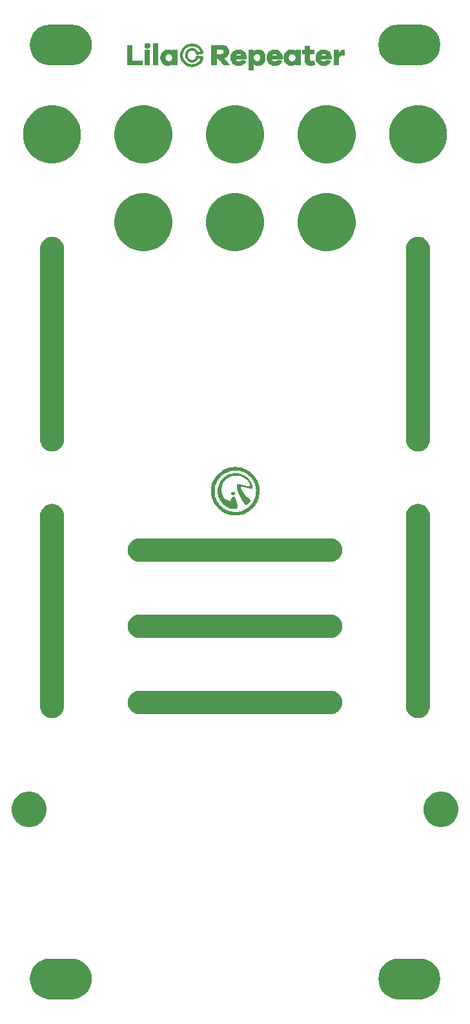
<source format=gts>
G04 #@! TF.GenerationSoftware,KiCad,Pcbnew,(5.1.4)-1*
G04 #@! TF.CreationDate,2020-06-21T13:41:15+09:00*
G04 #@! TF.ProjectId,dooper-panel,646f6f70-6572-42d7-9061-6e656c2e6b69,rev?*
G04 #@! TF.SameCoordinates,Original*
G04 #@! TF.FileFunction,Soldermask,Top*
G04 #@! TF.FilePolarity,Negative*
%FSLAX46Y46*%
G04 Gerber Fmt 4.6, Leading zero omitted, Abs format (unit mm)*
G04 Created by KiCad (PCBNEW (5.1.4)-1) date 2020-06-21 13:41:15*
%MOMM*%
%LPD*%
G04 APERTURE LIST*
%ADD10C,0.010000*%
%ADD11C,0.100000*%
G04 APERTURE END LIST*
D10*
G36*
X79960116Y-111605247D02*
G01*
X80018817Y-111621209D01*
X80023056Y-111623079D01*
X80084052Y-111659029D01*
X80128604Y-111702071D01*
X80156960Y-111749424D01*
X80169372Y-111798305D01*
X80166091Y-111845933D01*
X80147366Y-111889526D01*
X80113448Y-111926301D01*
X80064588Y-111953478D01*
X80001036Y-111968275D01*
X79991896Y-111969129D01*
X79939952Y-111967762D01*
X79888815Y-111957784D01*
X79886524Y-111957070D01*
X79832030Y-111931206D01*
X79786212Y-111893271D01*
X79751780Y-111847242D01*
X79731443Y-111797098D01*
X79727911Y-111746817D01*
X79731339Y-111729214D01*
X79754573Y-111682305D01*
X79793234Y-111644937D01*
X79843157Y-111618628D01*
X79900173Y-111604892D01*
X79960116Y-111605247D01*
X79960116Y-111605247D01*
G37*
X79960116Y-111605247D02*
X80018817Y-111621209D01*
X80023056Y-111623079D01*
X80084052Y-111659029D01*
X80128604Y-111702071D01*
X80156960Y-111749424D01*
X80169372Y-111798305D01*
X80166091Y-111845933D01*
X80147366Y-111889526D01*
X80113448Y-111926301D01*
X80064588Y-111953478D01*
X80001036Y-111968275D01*
X79991896Y-111969129D01*
X79939952Y-111967762D01*
X79888815Y-111957784D01*
X79886524Y-111957070D01*
X79832030Y-111931206D01*
X79786212Y-111893271D01*
X79751780Y-111847242D01*
X79731443Y-111797098D01*
X79727911Y-111746817D01*
X79731339Y-111729214D01*
X79754573Y-111682305D01*
X79793234Y-111644937D01*
X79843157Y-111618628D01*
X79900173Y-111604892D01*
X79960116Y-111605247D01*
G36*
X80403052Y-109185062D02*
G01*
X80615976Y-109205992D01*
X80733789Y-109226621D01*
X80931369Y-109276710D01*
X81126843Y-109345484D01*
X81316537Y-109431225D01*
X81496781Y-109532216D01*
X81663902Y-109646738D01*
X81711699Y-109684097D01*
X81822677Y-109781024D01*
X81935082Y-109892999D01*
X82044201Y-110014806D01*
X82145319Y-110141227D01*
X82221068Y-110247832D01*
X82264665Y-110318540D01*
X82308830Y-110399798D01*
X82351853Y-110487566D01*
X82392024Y-110577802D01*
X82427633Y-110666466D01*
X82456971Y-110749516D01*
X82478327Y-110822912D01*
X82489992Y-110882612D01*
X82490121Y-110883689D01*
X82491124Y-110931766D01*
X82484898Y-110984387D01*
X82472958Y-111034884D01*
X82456821Y-111076588D01*
X82440932Y-111100146D01*
X82428218Y-111110310D01*
X82411623Y-111116369D01*
X82386150Y-111119114D01*
X82346799Y-111119340D01*
X82323149Y-111118828D01*
X82287282Y-111117630D01*
X82253966Y-111115662D01*
X82220814Y-111112427D01*
X82185441Y-111107428D01*
X82145463Y-111100169D01*
X82098493Y-111090152D01*
X82042146Y-111076883D01*
X81974038Y-111059863D01*
X81891782Y-111038596D01*
X81792993Y-111012587D01*
X81720545Y-110993369D01*
X81579395Y-110956088D01*
X81457134Y-110924363D01*
X81352289Y-110897939D01*
X81263386Y-110876566D01*
X81188951Y-110859988D01*
X81127511Y-110847954D01*
X81077591Y-110840211D01*
X81037718Y-110836505D01*
X81006419Y-110836584D01*
X80982218Y-110840194D01*
X80963643Y-110847084D01*
X80949219Y-110856999D01*
X80945635Y-110860372D01*
X80933113Y-110876071D01*
X80926108Y-110895770D01*
X80923221Y-110925614D01*
X80922931Y-110960152D01*
X80924134Y-110995149D01*
X80927932Y-111027567D01*
X80935505Y-111061577D01*
X80948034Y-111101348D01*
X80966701Y-111151051D01*
X80992686Y-111214857D01*
X81000107Y-111232647D01*
X81042518Y-111324294D01*
X81096995Y-111426654D01*
X81160843Y-111535261D01*
X81231367Y-111645645D01*
X81305870Y-111753339D01*
X81351370Y-111814818D01*
X81401869Y-111878148D01*
X81463291Y-111950215D01*
X81533031Y-112028347D01*
X81608482Y-112109871D01*
X81687036Y-112192115D01*
X81766090Y-112272407D01*
X81843034Y-112348073D01*
X81915265Y-112416440D01*
X81980174Y-112474837D01*
X82035156Y-112520590D01*
X82052560Y-112533852D01*
X82094553Y-112566352D01*
X82131208Y-112597578D01*
X82158417Y-112623847D01*
X82171672Y-112640655D01*
X82186182Y-112689872D01*
X82182291Y-112746228D01*
X82159840Y-112810028D01*
X82118672Y-112881575D01*
X82058628Y-112961177D01*
X81979551Y-113049137D01*
X81938610Y-113090642D01*
X81863004Y-113156005D01*
X81788605Y-113201528D01*
X81716222Y-113226761D01*
X81685273Y-113231317D01*
X81651179Y-113231926D01*
X81619205Y-113226911D01*
X81587976Y-113214863D01*
X81556116Y-113194375D01*
X81522250Y-113164039D01*
X81485002Y-113122449D01*
X81442997Y-113068196D01*
X81394858Y-112999873D01*
X81339211Y-112916074D01*
X81274679Y-112815389D01*
X81267224Y-112803609D01*
X81159362Y-112629603D01*
X81063474Y-112467263D01*
X80977387Y-112312499D01*
X80898930Y-112161220D01*
X80825929Y-112009335D01*
X80756214Y-111852754D01*
X80732170Y-111796044D01*
X80684277Y-111678938D01*
X80644250Y-111574269D01*
X80609969Y-111475799D01*
X80579319Y-111377291D01*
X80550181Y-111272506D01*
X80536488Y-111219637D01*
X80505350Y-111084893D01*
X80485016Y-110968290D01*
X80475485Y-110869758D01*
X80476759Y-110789226D01*
X80488836Y-110726624D01*
X80511718Y-110681881D01*
X80538626Y-110658421D01*
X80559281Y-110652199D01*
X80596669Y-110648082D01*
X80652319Y-110645960D01*
X80715861Y-110645646D01*
X80771962Y-110646704D01*
X80827491Y-110649567D01*
X80884612Y-110654634D01*
X80945491Y-110662301D01*
X81012294Y-110672968D01*
X81087184Y-110687033D01*
X81172328Y-110704892D01*
X81269890Y-110726945D01*
X81382036Y-110753590D01*
X81510931Y-110785223D01*
X81610525Y-110810107D01*
X81717307Y-110836831D01*
X81805765Y-110858687D01*
X81878073Y-110876123D01*
X81936402Y-110889588D01*
X81982927Y-110899531D01*
X82019820Y-110906402D01*
X82049255Y-110910648D01*
X82073404Y-110912719D01*
X82094441Y-110913064D01*
X82106776Y-110912613D01*
X82156460Y-110906797D01*
X82189429Y-110893205D01*
X82209753Y-110868107D01*
X82221502Y-110827772D01*
X82224999Y-110804277D01*
X82226557Y-110708109D01*
X82208055Y-110605446D01*
X82169548Y-110496421D01*
X82111085Y-110381172D01*
X82032719Y-110259832D01*
X81999882Y-110215000D01*
X81879341Y-110065855D01*
X81757034Y-109936087D01*
X81631126Y-109823901D01*
X81507917Y-109732915D01*
X81369609Y-109647572D01*
X81230369Y-109577130D01*
X81085996Y-109520027D01*
X80932291Y-109474704D01*
X80765054Y-109439599D01*
X80684098Y-109426695D01*
X80607663Y-109418808D01*
X80515271Y-109414557D01*
X80411810Y-109413862D01*
X80302169Y-109416642D01*
X80191237Y-109422817D01*
X80083903Y-109432304D01*
X80040418Y-109437339D01*
X79833583Y-109472914D01*
X79637646Y-109526487D01*
X79452789Y-109597969D01*
X79279197Y-109687272D01*
X79117051Y-109794307D01*
X78966536Y-109918985D01*
X78889036Y-109994777D01*
X78773335Y-110126160D01*
X78675292Y-110263144D01*
X78593599Y-110408297D01*
X78526950Y-110564187D01*
X78474038Y-110733379D01*
X78442194Y-110872509D01*
X78433477Y-110917962D01*
X78426773Y-110957508D01*
X78421826Y-110994989D01*
X78418386Y-111034244D01*
X78416198Y-111079114D01*
X78415009Y-111133438D01*
X78414566Y-111201059D01*
X78414617Y-111285814D01*
X78414628Y-111290725D01*
X78416296Y-111421591D01*
X78421093Y-111535219D01*
X78429705Y-111635403D01*
X78442816Y-111725939D01*
X78461110Y-111810620D01*
X78485271Y-111893244D01*
X78515984Y-111977604D01*
X78553933Y-112067496D01*
X78555220Y-112070383D01*
X78615419Y-112193713D01*
X78679310Y-112300061D01*
X78750162Y-112393615D01*
X78831246Y-112478565D01*
X78925835Y-112559100D01*
X78953001Y-112579801D01*
X79074366Y-112661134D01*
X79194793Y-112722599D01*
X79316881Y-112765206D01*
X79443226Y-112789965D01*
X79508858Y-112795970D01*
X79555943Y-112798442D01*
X79586807Y-112798627D01*
X79606352Y-112795766D01*
X79619477Y-112789099D01*
X79631083Y-112777865D01*
X79631976Y-112776877D01*
X79643895Y-112759022D01*
X79662443Y-112725666D01*
X79685623Y-112680647D01*
X79711439Y-112627804D01*
X79729546Y-112589222D01*
X79767541Y-112508442D01*
X79799633Y-112444236D01*
X79827716Y-112393494D01*
X79853685Y-112353101D01*
X79879434Y-112319945D01*
X79906856Y-112290914D01*
X79916833Y-112281490D01*
X79959941Y-112250461D01*
X80002496Y-112237780D01*
X80044828Y-112243788D01*
X80087261Y-112268825D01*
X80130125Y-112313229D01*
X80173744Y-112377342D01*
X80218448Y-112461504D01*
X80264562Y-112566054D01*
X80312413Y-112691332D01*
X80313229Y-112693601D01*
X80352332Y-112809382D01*
X80387601Y-112927371D01*
X80418654Y-113045252D01*
X80445108Y-113160713D01*
X80466581Y-113271439D01*
X80482691Y-113375116D01*
X80493055Y-113469429D01*
X80497292Y-113552066D01*
X80495018Y-113620712D01*
X80485852Y-113673052D01*
X80478300Y-113692925D01*
X80460082Y-113722046D01*
X80436054Y-113744051D01*
X80403266Y-113759890D01*
X80358770Y-113770514D01*
X80299618Y-113776873D01*
X80222861Y-113779919D01*
X80207649Y-113780179D01*
X80143859Y-113780329D01*
X80079260Y-113779140D01*
X80020831Y-113776822D01*
X79975551Y-113773586D01*
X79970372Y-113773040D01*
X79825422Y-113749765D01*
X79671736Y-113712289D01*
X79514359Y-113662488D01*
X79358337Y-113602239D01*
X79208712Y-113533420D01*
X79070530Y-113457906D01*
X78995352Y-113410260D01*
X78888764Y-113331516D01*
X78777891Y-113236774D01*
X78666267Y-113129717D01*
X78557428Y-113014027D01*
X78454906Y-112893387D01*
X78362237Y-112771478D01*
X78312599Y-112698895D01*
X78271336Y-112630667D01*
X78226793Y-112548409D01*
X78181936Y-112458325D01*
X78139735Y-112366617D01*
X78103156Y-112279490D01*
X78075168Y-112203145D01*
X78074679Y-112201658D01*
X78020485Y-112002723D01*
X77985869Y-111798072D01*
X77970595Y-111589464D01*
X77974426Y-111378654D01*
X77997127Y-111167400D01*
X78038463Y-110957458D01*
X78098197Y-110750587D01*
X78176093Y-110548541D01*
X78271916Y-110353079D01*
X78338109Y-110239380D01*
X78415036Y-110125967D01*
X78506192Y-110009631D01*
X78606502Y-109896148D01*
X78710888Y-109791293D01*
X78804773Y-109708542D01*
X78978442Y-109579906D01*
X79162979Y-109468476D01*
X79356681Y-109374678D01*
X79557845Y-109298937D01*
X79764767Y-109241680D01*
X79975744Y-109203331D01*
X80189074Y-109184317D01*
X80403052Y-109185062D01*
X80403052Y-109185062D01*
G37*
X80403052Y-109185062D02*
X80615976Y-109205992D01*
X80733789Y-109226621D01*
X80931369Y-109276710D01*
X81126843Y-109345484D01*
X81316537Y-109431225D01*
X81496781Y-109532216D01*
X81663902Y-109646738D01*
X81711699Y-109684097D01*
X81822677Y-109781024D01*
X81935082Y-109892999D01*
X82044201Y-110014806D01*
X82145319Y-110141227D01*
X82221068Y-110247832D01*
X82264665Y-110318540D01*
X82308830Y-110399798D01*
X82351853Y-110487566D01*
X82392024Y-110577802D01*
X82427633Y-110666466D01*
X82456971Y-110749516D01*
X82478327Y-110822912D01*
X82489992Y-110882612D01*
X82490121Y-110883689D01*
X82491124Y-110931766D01*
X82484898Y-110984387D01*
X82472958Y-111034884D01*
X82456821Y-111076588D01*
X82440932Y-111100146D01*
X82428218Y-111110310D01*
X82411623Y-111116369D01*
X82386150Y-111119114D01*
X82346799Y-111119340D01*
X82323149Y-111118828D01*
X82287282Y-111117630D01*
X82253966Y-111115662D01*
X82220814Y-111112427D01*
X82185441Y-111107428D01*
X82145463Y-111100169D01*
X82098493Y-111090152D01*
X82042146Y-111076883D01*
X81974038Y-111059863D01*
X81891782Y-111038596D01*
X81792993Y-111012587D01*
X81720545Y-110993369D01*
X81579395Y-110956088D01*
X81457134Y-110924363D01*
X81352289Y-110897939D01*
X81263386Y-110876566D01*
X81188951Y-110859988D01*
X81127511Y-110847954D01*
X81077591Y-110840211D01*
X81037718Y-110836505D01*
X81006419Y-110836584D01*
X80982218Y-110840194D01*
X80963643Y-110847084D01*
X80949219Y-110856999D01*
X80945635Y-110860372D01*
X80933113Y-110876071D01*
X80926108Y-110895770D01*
X80923221Y-110925614D01*
X80922931Y-110960152D01*
X80924134Y-110995149D01*
X80927932Y-111027567D01*
X80935505Y-111061577D01*
X80948034Y-111101348D01*
X80966701Y-111151051D01*
X80992686Y-111214857D01*
X81000107Y-111232647D01*
X81042518Y-111324294D01*
X81096995Y-111426654D01*
X81160843Y-111535261D01*
X81231367Y-111645645D01*
X81305870Y-111753339D01*
X81351370Y-111814818D01*
X81401869Y-111878148D01*
X81463291Y-111950215D01*
X81533031Y-112028347D01*
X81608482Y-112109871D01*
X81687036Y-112192115D01*
X81766090Y-112272407D01*
X81843034Y-112348073D01*
X81915265Y-112416440D01*
X81980174Y-112474837D01*
X82035156Y-112520590D01*
X82052560Y-112533852D01*
X82094553Y-112566352D01*
X82131208Y-112597578D01*
X82158417Y-112623847D01*
X82171672Y-112640655D01*
X82186182Y-112689872D01*
X82182291Y-112746228D01*
X82159840Y-112810028D01*
X82118672Y-112881575D01*
X82058628Y-112961177D01*
X81979551Y-113049137D01*
X81938610Y-113090642D01*
X81863004Y-113156005D01*
X81788605Y-113201528D01*
X81716222Y-113226761D01*
X81685273Y-113231317D01*
X81651179Y-113231926D01*
X81619205Y-113226911D01*
X81587976Y-113214863D01*
X81556116Y-113194375D01*
X81522250Y-113164039D01*
X81485002Y-113122449D01*
X81442997Y-113068196D01*
X81394858Y-112999873D01*
X81339211Y-112916074D01*
X81274679Y-112815389D01*
X81267224Y-112803609D01*
X81159362Y-112629603D01*
X81063474Y-112467263D01*
X80977387Y-112312499D01*
X80898930Y-112161220D01*
X80825929Y-112009335D01*
X80756214Y-111852754D01*
X80732170Y-111796044D01*
X80684277Y-111678938D01*
X80644250Y-111574269D01*
X80609969Y-111475799D01*
X80579319Y-111377291D01*
X80550181Y-111272506D01*
X80536488Y-111219637D01*
X80505350Y-111084893D01*
X80485016Y-110968290D01*
X80475485Y-110869758D01*
X80476759Y-110789226D01*
X80488836Y-110726624D01*
X80511718Y-110681881D01*
X80538626Y-110658421D01*
X80559281Y-110652199D01*
X80596669Y-110648082D01*
X80652319Y-110645960D01*
X80715861Y-110645646D01*
X80771962Y-110646704D01*
X80827491Y-110649567D01*
X80884612Y-110654634D01*
X80945491Y-110662301D01*
X81012294Y-110672968D01*
X81087184Y-110687033D01*
X81172328Y-110704892D01*
X81269890Y-110726945D01*
X81382036Y-110753590D01*
X81510931Y-110785223D01*
X81610525Y-110810107D01*
X81717307Y-110836831D01*
X81805765Y-110858687D01*
X81878073Y-110876123D01*
X81936402Y-110889588D01*
X81982927Y-110899531D01*
X82019820Y-110906402D01*
X82049255Y-110910648D01*
X82073404Y-110912719D01*
X82094441Y-110913064D01*
X82106776Y-110912613D01*
X82156460Y-110906797D01*
X82189429Y-110893205D01*
X82209753Y-110868107D01*
X82221502Y-110827772D01*
X82224999Y-110804277D01*
X82226557Y-110708109D01*
X82208055Y-110605446D01*
X82169548Y-110496421D01*
X82111085Y-110381172D01*
X82032719Y-110259832D01*
X81999882Y-110215000D01*
X81879341Y-110065855D01*
X81757034Y-109936087D01*
X81631126Y-109823901D01*
X81507917Y-109732915D01*
X81369609Y-109647572D01*
X81230369Y-109577130D01*
X81085996Y-109520027D01*
X80932291Y-109474704D01*
X80765054Y-109439599D01*
X80684098Y-109426695D01*
X80607663Y-109418808D01*
X80515271Y-109414557D01*
X80411810Y-109413862D01*
X80302169Y-109416642D01*
X80191237Y-109422817D01*
X80083903Y-109432304D01*
X80040418Y-109437339D01*
X79833583Y-109472914D01*
X79637646Y-109526487D01*
X79452789Y-109597969D01*
X79279197Y-109687272D01*
X79117051Y-109794307D01*
X78966536Y-109918985D01*
X78889036Y-109994777D01*
X78773335Y-110126160D01*
X78675292Y-110263144D01*
X78593599Y-110408297D01*
X78526950Y-110564187D01*
X78474038Y-110733379D01*
X78442194Y-110872509D01*
X78433477Y-110917962D01*
X78426773Y-110957508D01*
X78421826Y-110994989D01*
X78418386Y-111034244D01*
X78416198Y-111079114D01*
X78415009Y-111133438D01*
X78414566Y-111201059D01*
X78414617Y-111285814D01*
X78414628Y-111290725D01*
X78416296Y-111421591D01*
X78421093Y-111535219D01*
X78429705Y-111635403D01*
X78442816Y-111725939D01*
X78461110Y-111810620D01*
X78485271Y-111893244D01*
X78515984Y-111977604D01*
X78553933Y-112067496D01*
X78555220Y-112070383D01*
X78615419Y-112193713D01*
X78679310Y-112300061D01*
X78750162Y-112393615D01*
X78831246Y-112478565D01*
X78925835Y-112559100D01*
X78953001Y-112579801D01*
X79074366Y-112661134D01*
X79194793Y-112722599D01*
X79316881Y-112765206D01*
X79443226Y-112789965D01*
X79508858Y-112795970D01*
X79555943Y-112798442D01*
X79586807Y-112798627D01*
X79606352Y-112795766D01*
X79619477Y-112789099D01*
X79631083Y-112777865D01*
X79631976Y-112776877D01*
X79643895Y-112759022D01*
X79662443Y-112725666D01*
X79685623Y-112680647D01*
X79711439Y-112627804D01*
X79729546Y-112589222D01*
X79767541Y-112508442D01*
X79799633Y-112444236D01*
X79827716Y-112393494D01*
X79853685Y-112353101D01*
X79879434Y-112319945D01*
X79906856Y-112290914D01*
X79916833Y-112281490D01*
X79959941Y-112250461D01*
X80002496Y-112237780D01*
X80044828Y-112243788D01*
X80087261Y-112268825D01*
X80130125Y-112313229D01*
X80173744Y-112377342D01*
X80218448Y-112461504D01*
X80264562Y-112566054D01*
X80312413Y-112691332D01*
X80313229Y-112693601D01*
X80352332Y-112809382D01*
X80387601Y-112927371D01*
X80418654Y-113045252D01*
X80445108Y-113160713D01*
X80466581Y-113271439D01*
X80482691Y-113375116D01*
X80493055Y-113469429D01*
X80497292Y-113552066D01*
X80495018Y-113620712D01*
X80485852Y-113673052D01*
X80478300Y-113692925D01*
X80460082Y-113722046D01*
X80436054Y-113744051D01*
X80403266Y-113759890D01*
X80358770Y-113770514D01*
X80299618Y-113776873D01*
X80222861Y-113779919D01*
X80207649Y-113780179D01*
X80143859Y-113780329D01*
X80079260Y-113779140D01*
X80020831Y-113776822D01*
X79975551Y-113773586D01*
X79970372Y-113773040D01*
X79825422Y-113749765D01*
X79671736Y-113712289D01*
X79514359Y-113662488D01*
X79358337Y-113602239D01*
X79208712Y-113533420D01*
X79070530Y-113457906D01*
X78995352Y-113410260D01*
X78888764Y-113331516D01*
X78777891Y-113236774D01*
X78666267Y-113129717D01*
X78557428Y-113014027D01*
X78454906Y-112893387D01*
X78362237Y-112771478D01*
X78312599Y-112698895D01*
X78271336Y-112630667D01*
X78226793Y-112548409D01*
X78181936Y-112458325D01*
X78139735Y-112366617D01*
X78103156Y-112279490D01*
X78075168Y-112203145D01*
X78074679Y-112201658D01*
X78020485Y-112002723D01*
X77985869Y-111798072D01*
X77970595Y-111589464D01*
X77974426Y-111378654D01*
X77997127Y-111167400D01*
X78038463Y-110957458D01*
X78098197Y-110750587D01*
X78176093Y-110548541D01*
X78271916Y-110353079D01*
X78338109Y-110239380D01*
X78415036Y-110125967D01*
X78506192Y-110009631D01*
X78606502Y-109896148D01*
X78710888Y-109791293D01*
X78804773Y-109708542D01*
X78978442Y-109579906D01*
X79162979Y-109468476D01*
X79356681Y-109374678D01*
X79557845Y-109298937D01*
X79764767Y-109241680D01*
X79975744Y-109203331D01*
X80189074Y-109184317D01*
X80403052Y-109185062D01*
G36*
X68785765Y-52753981D02*
G01*
X68842334Y-52763983D01*
X68890361Y-52783078D01*
X68935847Y-52813244D01*
X68957317Y-52831162D01*
X69011695Y-52891426D01*
X69049181Y-52959607D01*
X69070255Y-53032692D01*
X69075397Y-53107670D01*
X69065087Y-53181528D01*
X69039806Y-53251254D01*
X69000035Y-53313836D01*
X68946254Y-53366261D01*
X68878943Y-53405519D01*
X68864802Y-53411189D01*
X68813908Y-53424352D01*
X68751621Y-53431933D01*
X68686577Y-53433568D01*
X68627414Y-53428894D01*
X68596754Y-53422462D01*
X68540002Y-53397147D01*
X68484428Y-53356833D01*
X68435208Y-53306615D01*
X68397516Y-53251586D01*
X68379435Y-53208558D01*
X68368796Y-53148098D01*
X68367221Y-53079176D01*
X68374474Y-53012078D01*
X68384884Y-52971094D01*
X68412620Y-52915227D01*
X68455105Y-52859869D01*
X68506725Y-52811348D01*
X68554697Y-52779622D01*
X68582420Y-52766188D01*
X68607967Y-52757751D01*
X68637673Y-52753182D01*
X68677873Y-52751350D01*
X68714652Y-52751092D01*
X68785765Y-52753981D01*
X68785765Y-52753981D01*
G37*
X68785765Y-52753981D02*
X68842334Y-52763983D01*
X68890361Y-52783078D01*
X68935847Y-52813244D01*
X68957317Y-52831162D01*
X69011695Y-52891426D01*
X69049181Y-52959607D01*
X69070255Y-53032692D01*
X69075397Y-53107670D01*
X69065087Y-53181528D01*
X69039806Y-53251254D01*
X69000035Y-53313836D01*
X68946254Y-53366261D01*
X68878943Y-53405519D01*
X68864802Y-53411189D01*
X68813908Y-53424352D01*
X68751621Y-53431933D01*
X68686577Y-53433568D01*
X68627414Y-53428894D01*
X68596754Y-53422462D01*
X68540002Y-53397147D01*
X68484428Y-53356833D01*
X68435208Y-53306615D01*
X68397516Y-53251586D01*
X68379435Y-53208558D01*
X68368796Y-53148098D01*
X68367221Y-53079176D01*
X68374474Y-53012078D01*
X68384884Y-52971094D01*
X68412620Y-52915227D01*
X68455105Y-52859869D01*
X68506725Y-52811348D01*
X68554697Y-52779622D01*
X68582420Y-52766188D01*
X68607967Y-52757751D01*
X68637673Y-52753182D01*
X68677873Y-52751350D01*
X68714652Y-52751092D01*
X68785765Y-52753981D01*
G36*
X94522056Y-53649785D02*
G01*
X94558833Y-53652297D01*
X94582325Y-53654906D01*
X94588365Y-53656579D01*
X94588920Y-53668089D01*
X94588507Y-53697904D01*
X94587219Y-53743182D01*
X94585145Y-53801080D01*
X94582380Y-53868755D01*
X94579317Y-53936911D01*
X94575781Y-54013021D01*
X94572546Y-54083759D01*
X94569756Y-54145869D01*
X94567556Y-54196092D01*
X94566090Y-54231172D01*
X94565532Y-54246602D01*
X94564631Y-54281013D01*
X94448858Y-54281013D01*
X94318123Y-54288887D01*
X94201543Y-54312496D01*
X94099149Y-54351813D01*
X94010969Y-54406816D01*
X93937032Y-54477479D01*
X93877367Y-54563778D01*
X93832003Y-54665689D01*
X93800968Y-54783187D01*
X93792512Y-54834988D01*
X93789715Y-54866083D01*
X93787168Y-54915036D01*
X93784958Y-54978532D01*
X93783172Y-55053254D01*
X93781898Y-55135888D01*
X93781224Y-55223115D01*
X93781138Y-55266439D01*
X93781138Y-55615068D01*
X93167049Y-55615068D01*
X93167049Y-53666923D01*
X93781138Y-53666923D01*
X93781138Y-54039328D01*
X93843802Y-53954813D01*
X93928725Y-53856500D01*
X94023720Y-53776709D01*
X94128203Y-53715724D01*
X94241587Y-53673828D01*
X94363285Y-53651308D01*
X94476644Y-53647736D01*
X94522056Y-53649785D01*
X94522056Y-53649785D01*
G37*
X94522056Y-53649785D02*
X94558833Y-53652297D01*
X94582325Y-53654906D01*
X94588365Y-53656579D01*
X94588920Y-53668089D01*
X94588507Y-53697904D01*
X94587219Y-53743182D01*
X94585145Y-53801080D01*
X94582380Y-53868755D01*
X94579317Y-53936911D01*
X94575781Y-54013021D01*
X94572546Y-54083759D01*
X94569756Y-54145869D01*
X94567556Y-54196092D01*
X94566090Y-54231172D01*
X94565532Y-54246602D01*
X94564631Y-54281013D01*
X94448858Y-54281013D01*
X94318123Y-54288887D01*
X94201543Y-54312496D01*
X94099149Y-54351813D01*
X94010969Y-54406816D01*
X93937032Y-54477479D01*
X93877367Y-54563778D01*
X93832003Y-54665689D01*
X93800968Y-54783187D01*
X93792512Y-54834988D01*
X93789715Y-54866083D01*
X93787168Y-54915036D01*
X93784958Y-54978532D01*
X93783172Y-55053254D01*
X93781898Y-55135888D01*
X93781224Y-55223115D01*
X93781138Y-55266439D01*
X93781138Y-55615068D01*
X93167049Y-55615068D01*
X93167049Y-53666923D01*
X93781138Y-53666923D01*
X93781138Y-54039328D01*
X93843802Y-53954813D01*
X93928725Y-53856500D01*
X94023720Y-53776709D01*
X94128203Y-53715724D01*
X94241587Y-53673828D01*
X94363285Y-53651308D01*
X94476644Y-53647736D01*
X94522056Y-53649785D01*
G36*
X77907462Y-53023757D02*
G01*
X78052733Y-53024483D01*
X78178444Y-53025173D01*
X78286212Y-53025876D01*
X78377653Y-53026645D01*
X78454382Y-53027532D01*
X78518015Y-53028586D01*
X78570168Y-53029861D01*
X78612457Y-53031408D01*
X78646498Y-53033277D01*
X78673907Y-53035520D01*
X78696300Y-53038190D01*
X78715292Y-53041337D01*
X78732500Y-53045013D01*
X78749539Y-53049268D01*
X78755200Y-53050756D01*
X78887092Y-53095084D01*
X79006624Y-53154742D01*
X79112161Y-53228790D01*
X79186262Y-53298671D01*
X79249080Y-53374187D01*
X79298496Y-53452512D01*
X79339055Y-53541294D01*
X79353122Y-53579456D01*
X79366094Y-53618394D01*
X79375299Y-53652262D01*
X79381540Y-53686529D01*
X79385620Y-53726665D01*
X79388344Y-53778140D01*
X79390082Y-53831033D01*
X79391524Y-53898314D01*
X79391167Y-53950197D01*
X79388609Y-53992415D01*
X79383447Y-54030698D01*
X79375276Y-54070780D01*
X79372331Y-54083370D01*
X79332407Y-54207974D01*
X79275210Y-54320540D01*
X79201250Y-54420518D01*
X79111042Y-54507363D01*
X79005095Y-54580527D01*
X78883923Y-54639464D01*
X78834871Y-54657713D01*
X78791879Y-54672822D01*
X78756860Y-54685749D01*
X78734361Y-54694784D01*
X78728571Y-54697787D01*
X78734387Y-54706476D01*
X78753046Y-54729561D01*
X78783319Y-54765615D01*
X78823975Y-54813212D01*
X78873784Y-54870925D01*
X78931517Y-54937327D01*
X78995943Y-55010992D01*
X79065833Y-55090494D01*
X79121315Y-55153339D01*
X79194652Y-55236361D01*
X79263616Y-55314631D01*
X79326960Y-55386716D01*
X79383431Y-55451185D01*
X79431783Y-55506606D01*
X79470764Y-55551548D01*
X79499125Y-55584580D01*
X79515617Y-55604270D01*
X79519446Y-55609418D01*
X79509251Y-55610697D01*
X79480238Y-55611732D01*
X79434760Y-55612501D01*
X79375175Y-55612987D01*
X79303836Y-55613170D01*
X79223100Y-55613030D01*
X79136022Y-55612554D01*
X78752599Y-55609775D01*
X78366374Y-55170383D01*
X77980150Y-54730992D01*
X77881603Y-54727961D01*
X77783056Y-54724931D01*
X77783056Y-55615068D01*
X77147791Y-55615068D01*
X77147791Y-54017883D01*
X77784816Y-54017883D01*
X77785018Y-54080104D01*
X77785566Y-54130078D01*
X77786439Y-54164988D01*
X77787617Y-54182021D01*
X77787848Y-54182940D01*
X77799470Y-54186685D01*
X77829205Y-54189851D01*
X77874000Y-54192430D01*
X77930801Y-54194410D01*
X77996554Y-54195784D01*
X78068204Y-54196540D01*
X78142697Y-54196670D01*
X78216980Y-54196164D01*
X78287998Y-54195013D01*
X78352698Y-54193206D01*
X78408024Y-54190734D01*
X78450924Y-54187588D01*
X78471259Y-54185087D01*
X78560716Y-54162343D01*
X78635580Y-54125777D01*
X78694915Y-54076382D01*
X78737788Y-54015146D01*
X78763263Y-53943060D01*
X78770531Y-53867950D01*
X78760049Y-53791235D01*
X78730998Y-53723269D01*
X78684693Y-53665516D01*
X78622448Y-53619443D01*
X78545579Y-53586514D01*
X78509524Y-53577017D01*
X78483146Y-53572072D01*
X78452558Y-53568267D01*
X78415064Y-53565509D01*
X78367971Y-53563708D01*
X78308585Y-53562769D01*
X78234213Y-53562602D01*
X78142160Y-53563113D01*
X78111276Y-53563380D01*
X77788349Y-53566340D01*
X77785533Y-53867955D01*
X77784981Y-53946228D01*
X77784816Y-54017883D01*
X77147791Y-54017883D01*
X77147791Y-53020034D01*
X77907462Y-53023757D01*
X77907462Y-53023757D01*
G37*
X77907462Y-53023757D02*
X78052733Y-53024483D01*
X78178444Y-53025173D01*
X78286212Y-53025876D01*
X78377653Y-53026645D01*
X78454382Y-53027532D01*
X78518015Y-53028586D01*
X78570168Y-53029861D01*
X78612457Y-53031408D01*
X78646498Y-53033277D01*
X78673907Y-53035520D01*
X78696300Y-53038190D01*
X78715292Y-53041337D01*
X78732500Y-53045013D01*
X78749539Y-53049268D01*
X78755200Y-53050756D01*
X78887092Y-53095084D01*
X79006624Y-53154742D01*
X79112161Y-53228790D01*
X79186262Y-53298671D01*
X79249080Y-53374187D01*
X79298496Y-53452512D01*
X79339055Y-53541294D01*
X79353122Y-53579456D01*
X79366094Y-53618394D01*
X79375299Y-53652262D01*
X79381540Y-53686529D01*
X79385620Y-53726665D01*
X79388344Y-53778140D01*
X79390082Y-53831033D01*
X79391524Y-53898314D01*
X79391167Y-53950197D01*
X79388609Y-53992415D01*
X79383447Y-54030698D01*
X79375276Y-54070780D01*
X79372331Y-54083370D01*
X79332407Y-54207974D01*
X79275210Y-54320540D01*
X79201250Y-54420518D01*
X79111042Y-54507363D01*
X79005095Y-54580527D01*
X78883923Y-54639464D01*
X78834871Y-54657713D01*
X78791879Y-54672822D01*
X78756860Y-54685749D01*
X78734361Y-54694784D01*
X78728571Y-54697787D01*
X78734387Y-54706476D01*
X78753046Y-54729561D01*
X78783319Y-54765615D01*
X78823975Y-54813212D01*
X78873784Y-54870925D01*
X78931517Y-54937327D01*
X78995943Y-55010992D01*
X79065833Y-55090494D01*
X79121315Y-55153339D01*
X79194652Y-55236361D01*
X79263616Y-55314631D01*
X79326960Y-55386716D01*
X79383431Y-55451185D01*
X79431783Y-55506606D01*
X79470764Y-55551548D01*
X79499125Y-55584580D01*
X79515617Y-55604270D01*
X79519446Y-55609418D01*
X79509251Y-55610697D01*
X79480238Y-55611732D01*
X79434760Y-55612501D01*
X79375175Y-55612987D01*
X79303836Y-55613170D01*
X79223100Y-55613030D01*
X79136022Y-55612554D01*
X78752599Y-55609775D01*
X78366374Y-55170383D01*
X77980150Y-54730992D01*
X77881603Y-54727961D01*
X77783056Y-54724931D01*
X77783056Y-55615068D01*
X77147791Y-55615068D01*
X77147791Y-54017883D01*
X77784816Y-54017883D01*
X77785018Y-54080104D01*
X77785566Y-54130078D01*
X77786439Y-54164988D01*
X77787617Y-54182021D01*
X77787848Y-54182940D01*
X77799470Y-54186685D01*
X77829205Y-54189851D01*
X77874000Y-54192430D01*
X77930801Y-54194410D01*
X77996554Y-54195784D01*
X78068204Y-54196540D01*
X78142697Y-54196670D01*
X78216980Y-54196164D01*
X78287998Y-54195013D01*
X78352698Y-54193206D01*
X78408024Y-54190734D01*
X78450924Y-54187588D01*
X78471259Y-54185087D01*
X78560716Y-54162343D01*
X78635580Y-54125777D01*
X78694915Y-54076382D01*
X78737788Y-54015146D01*
X78763263Y-53943060D01*
X78770531Y-53867950D01*
X78760049Y-53791235D01*
X78730998Y-53723269D01*
X78684693Y-53665516D01*
X78622448Y-53619443D01*
X78545579Y-53586514D01*
X78509524Y-53577017D01*
X78483146Y-53572072D01*
X78452558Y-53568267D01*
X78415064Y-53565509D01*
X78367971Y-53563708D01*
X78308585Y-53562769D01*
X78234213Y-53562602D01*
X78142160Y-53563113D01*
X78111276Y-53563380D01*
X77788349Y-53566340D01*
X77785533Y-53867955D01*
X77784981Y-53946228D01*
X77784816Y-54017883D01*
X77147791Y-54017883D01*
X77147791Y-53020034D01*
X77907462Y-53023757D01*
G36*
X70128116Y-55615068D02*
G01*
X69514027Y-55615068D01*
X69514027Y-52830492D01*
X70128116Y-52830492D01*
X70128116Y-55615068D01*
X70128116Y-55615068D01*
G37*
X70128116Y-55615068D02*
X69514027Y-55615068D01*
X69514027Y-52830492D01*
X70128116Y-52830492D01*
X70128116Y-55615068D01*
G36*
X69026991Y-55615068D02*
G01*
X68412901Y-55615068D01*
X68412901Y-53666923D01*
X69026991Y-53666923D01*
X69026991Y-55615068D01*
X69026991Y-55615068D01*
G37*
X69026991Y-55615068D02*
X68412901Y-55615068D01*
X68412901Y-53666923D01*
X69026991Y-53666923D01*
X69026991Y-55615068D01*
G36*
X66740038Y-55064506D02*
G01*
X68021155Y-55064506D01*
X68021155Y-55615068D01*
X66104773Y-55615068D01*
X66104773Y-53021071D01*
X66740038Y-53021071D01*
X66740038Y-55064506D01*
X66740038Y-55064506D01*
G37*
X66740038Y-55064506D02*
X68021155Y-55064506D01*
X68021155Y-55615068D01*
X66104773Y-55615068D01*
X66104773Y-53021071D01*
X66740038Y-53021071D01*
X66740038Y-55064506D01*
G36*
X91941112Y-53621967D02*
G01*
X92030661Y-53631703D01*
X92091090Y-53643583D01*
X92229087Y-53688566D01*
X92355858Y-53751102D01*
X92470391Y-53830417D01*
X92571673Y-53925739D01*
X92658693Y-54036292D01*
X92705711Y-54113367D01*
X92750543Y-54205346D01*
X92784897Y-54300670D01*
X92809812Y-54403595D01*
X92826327Y-54518377D01*
X92835243Y-54643643D01*
X92842044Y-54799812D01*
X91409080Y-54799812D01*
X91415656Y-54828928D01*
X91428786Y-54869639D01*
X91450421Y-54919486D01*
X91476607Y-54970484D01*
X91503391Y-55014645D01*
X91516372Y-55032417D01*
X91578013Y-55092736D01*
X91652413Y-55138163D01*
X91736423Y-55167786D01*
X91826896Y-55180692D01*
X91920685Y-55175968D01*
X91974026Y-55165140D01*
X92055327Y-55136853D01*
X92124431Y-55096157D01*
X92186127Y-55039756D01*
X92224997Y-54992487D01*
X92251209Y-54957525D01*
X92523306Y-55012641D01*
X92795404Y-55067756D01*
X92779586Y-55105835D01*
X92735193Y-55194152D01*
X92676481Y-55283433D01*
X92608335Y-55367323D01*
X92535639Y-55439466D01*
X92502102Y-55466892D01*
X92387917Y-55541385D01*
X92263463Y-55598922D01*
X92127382Y-55640000D01*
X91978317Y-55665118D01*
X91954752Y-55667540D01*
X91899332Y-55672642D01*
X91858111Y-55675654D01*
X91824215Y-55676562D01*
X91790770Y-55675352D01*
X91750902Y-55672012D01*
X91702533Y-55667032D01*
X91558613Y-55641679D01*
X91423298Y-55597557D01*
X91297814Y-55535747D01*
X91183382Y-55457327D01*
X91081229Y-55363379D01*
X90992577Y-55254980D01*
X90918652Y-55133210D01*
X90860676Y-54999149D01*
X90829998Y-54897614D01*
X90819879Y-54840659D01*
X90813406Y-54768546D01*
X90810518Y-54686969D01*
X90811160Y-54601620D01*
X90815273Y-54518191D01*
X90822800Y-54442376D01*
X90828552Y-54409333D01*
X91425453Y-54409333D01*
X91426284Y-54420141D01*
X91437786Y-54422193D01*
X91468102Y-54424084D01*
X91514872Y-54425759D01*
X91575736Y-54427165D01*
X91648333Y-54428250D01*
X91730302Y-54428959D01*
X91819283Y-54429239D01*
X91828324Y-54429241D01*
X91934823Y-54429096D01*
X92021781Y-54428623D01*
X92090832Y-54427769D01*
X92143608Y-54426480D01*
X92181743Y-54424699D01*
X92206870Y-54422373D01*
X92220621Y-54419448D01*
X92224636Y-54416006D01*
X92218213Y-54389414D01*
X92201453Y-54352400D01*
X92177666Y-54310733D01*
X92150160Y-54270184D01*
X92122244Y-54236522D01*
X92120915Y-54235142D01*
X92051999Y-54178465D01*
X91974665Y-54139630D01*
X91891856Y-54118610D01*
X91806513Y-54115375D01*
X91721579Y-54129897D01*
X91639996Y-54162149D01*
X91564704Y-54212101D01*
X91533196Y-54240811D01*
X91504187Y-54273534D01*
X91476240Y-54311224D01*
X91452023Y-54349404D01*
X91434205Y-54383599D01*
X91425453Y-54409333D01*
X90828552Y-54409333D01*
X90833683Y-54379866D01*
X90835316Y-54373112D01*
X90880563Y-54235218D01*
X90943600Y-54107884D01*
X91023233Y-53992284D01*
X91118271Y-53889594D01*
X91227521Y-53800989D01*
X91349788Y-53727644D01*
X91483882Y-53670735D01*
X91575983Y-53643325D01*
X91654312Y-53628933D01*
X91745941Y-53620579D01*
X91843873Y-53618258D01*
X91941112Y-53621967D01*
X91941112Y-53621967D01*
G37*
X91941112Y-53621967D02*
X92030661Y-53631703D01*
X92091090Y-53643583D01*
X92229087Y-53688566D01*
X92355858Y-53751102D01*
X92470391Y-53830417D01*
X92571673Y-53925739D01*
X92658693Y-54036292D01*
X92705711Y-54113367D01*
X92750543Y-54205346D01*
X92784897Y-54300670D01*
X92809812Y-54403595D01*
X92826327Y-54518377D01*
X92835243Y-54643643D01*
X92842044Y-54799812D01*
X91409080Y-54799812D01*
X91415656Y-54828928D01*
X91428786Y-54869639D01*
X91450421Y-54919486D01*
X91476607Y-54970484D01*
X91503391Y-55014645D01*
X91516372Y-55032417D01*
X91578013Y-55092736D01*
X91652413Y-55138163D01*
X91736423Y-55167786D01*
X91826896Y-55180692D01*
X91920685Y-55175968D01*
X91974026Y-55165140D01*
X92055327Y-55136853D01*
X92124431Y-55096157D01*
X92186127Y-55039756D01*
X92224997Y-54992487D01*
X92251209Y-54957525D01*
X92523306Y-55012641D01*
X92795404Y-55067756D01*
X92779586Y-55105835D01*
X92735193Y-55194152D01*
X92676481Y-55283433D01*
X92608335Y-55367323D01*
X92535639Y-55439466D01*
X92502102Y-55466892D01*
X92387917Y-55541385D01*
X92263463Y-55598922D01*
X92127382Y-55640000D01*
X91978317Y-55665118D01*
X91954752Y-55667540D01*
X91899332Y-55672642D01*
X91858111Y-55675654D01*
X91824215Y-55676562D01*
X91790770Y-55675352D01*
X91750902Y-55672012D01*
X91702533Y-55667032D01*
X91558613Y-55641679D01*
X91423298Y-55597557D01*
X91297814Y-55535747D01*
X91183382Y-55457327D01*
X91081229Y-55363379D01*
X90992577Y-55254980D01*
X90918652Y-55133210D01*
X90860676Y-54999149D01*
X90829998Y-54897614D01*
X90819879Y-54840659D01*
X90813406Y-54768546D01*
X90810518Y-54686969D01*
X90811160Y-54601620D01*
X90815273Y-54518191D01*
X90822800Y-54442376D01*
X90828552Y-54409333D01*
X91425453Y-54409333D01*
X91426284Y-54420141D01*
X91437786Y-54422193D01*
X91468102Y-54424084D01*
X91514872Y-54425759D01*
X91575736Y-54427165D01*
X91648333Y-54428250D01*
X91730302Y-54428959D01*
X91819283Y-54429239D01*
X91828324Y-54429241D01*
X91934823Y-54429096D01*
X92021781Y-54428623D01*
X92090832Y-54427769D01*
X92143608Y-54426480D01*
X92181743Y-54424699D01*
X92206870Y-54422373D01*
X92220621Y-54419448D01*
X92224636Y-54416006D01*
X92218213Y-54389414D01*
X92201453Y-54352400D01*
X92177666Y-54310733D01*
X92150160Y-54270184D01*
X92122244Y-54236522D01*
X92120915Y-54235142D01*
X92051999Y-54178465D01*
X91974665Y-54139630D01*
X91891856Y-54118610D01*
X91806513Y-54115375D01*
X91721579Y-54129897D01*
X91639996Y-54162149D01*
X91564704Y-54212101D01*
X91533196Y-54240811D01*
X91504187Y-54273534D01*
X91476240Y-54311224D01*
X91452023Y-54349404D01*
X91434205Y-54383599D01*
X91425453Y-54409333D01*
X90828552Y-54409333D01*
X90833683Y-54379866D01*
X90835316Y-54373112D01*
X90880563Y-54235218D01*
X90943600Y-54107884D01*
X91023233Y-53992284D01*
X91118271Y-53889594D01*
X91227521Y-53800989D01*
X91349788Y-53727644D01*
X91483882Y-53670735D01*
X91575983Y-53643325D01*
X91654312Y-53628933D01*
X91745941Y-53620579D01*
X91843873Y-53618258D01*
X91941112Y-53621967D01*
G36*
X90001313Y-53666923D02*
G01*
X90573051Y-53666923D01*
X90573051Y-54164547D01*
X90001313Y-54164547D01*
X90001313Y-54522306D01*
X90001580Y-54632832D01*
X90002537Y-54724429D01*
X90004417Y-54799336D01*
X90007454Y-54859796D01*
X90011883Y-54908049D01*
X90017937Y-54946336D01*
X90025850Y-54976898D01*
X90035856Y-55001976D01*
X90048190Y-55023811D01*
X90054645Y-55033295D01*
X90098340Y-55076858D01*
X90156122Y-55106122D01*
X90225994Y-55120560D01*
X90305958Y-55119647D01*
X90354446Y-55112226D01*
X90403686Y-55100591D01*
X90452838Y-55086083D01*
X90491966Y-55071662D01*
X90494826Y-55070393D01*
X90548948Y-55045842D01*
X90619232Y-55285745D01*
X90639027Y-55353576D01*
X90656665Y-55414520D01*
X90671318Y-55465678D01*
X90682160Y-55504150D01*
X90688363Y-55527037D01*
X90689517Y-55532149D01*
X90680139Y-55540569D01*
X90654738Y-55553957D01*
X90617414Y-55570685D01*
X90572268Y-55589126D01*
X90523399Y-55607654D01*
X90474906Y-55624641D01*
X90430891Y-55638461D01*
X90403041Y-55645825D01*
X90304468Y-55662927D01*
X90196574Y-55671870D01*
X90089819Y-55672051D01*
X90027966Y-55667409D01*
X89899882Y-55644314D01*
X89784721Y-55605280D01*
X89683103Y-55550754D01*
X89595647Y-55481178D01*
X89522973Y-55396997D01*
X89465699Y-55298655D01*
X89444791Y-55249043D01*
X89431188Y-55210753D01*
X89419871Y-55173029D01*
X89410637Y-55133511D01*
X89403283Y-55089836D01*
X89397605Y-55039644D01*
X89393400Y-54980574D01*
X89390464Y-54910265D01*
X89388593Y-54826356D01*
X89387584Y-54726484D01*
X89387233Y-54608290D01*
X89387224Y-54581376D01*
X89387224Y-54164547D01*
X89037828Y-54164547D01*
X89037828Y-53666923D01*
X89387224Y-53666923D01*
X89387224Y-53095185D01*
X90001313Y-53095185D01*
X90001313Y-53666923D01*
X90001313Y-53666923D01*
G37*
X90001313Y-53666923D02*
X90573051Y-53666923D01*
X90573051Y-54164547D01*
X90001313Y-54164547D01*
X90001313Y-54522306D01*
X90001580Y-54632832D01*
X90002537Y-54724429D01*
X90004417Y-54799336D01*
X90007454Y-54859796D01*
X90011883Y-54908049D01*
X90017937Y-54946336D01*
X90025850Y-54976898D01*
X90035856Y-55001976D01*
X90048190Y-55023811D01*
X90054645Y-55033295D01*
X90098340Y-55076858D01*
X90156122Y-55106122D01*
X90225994Y-55120560D01*
X90305958Y-55119647D01*
X90354446Y-55112226D01*
X90403686Y-55100591D01*
X90452838Y-55086083D01*
X90491966Y-55071662D01*
X90494826Y-55070393D01*
X90548948Y-55045842D01*
X90619232Y-55285745D01*
X90639027Y-55353576D01*
X90656665Y-55414520D01*
X90671318Y-55465678D01*
X90682160Y-55504150D01*
X90688363Y-55527037D01*
X90689517Y-55532149D01*
X90680139Y-55540569D01*
X90654738Y-55553957D01*
X90617414Y-55570685D01*
X90572268Y-55589126D01*
X90523399Y-55607654D01*
X90474906Y-55624641D01*
X90430891Y-55638461D01*
X90403041Y-55645825D01*
X90304468Y-55662927D01*
X90196574Y-55671870D01*
X90089819Y-55672051D01*
X90027966Y-55667409D01*
X89899882Y-55644314D01*
X89784721Y-55605280D01*
X89683103Y-55550754D01*
X89595647Y-55481178D01*
X89522973Y-55396997D01*
X89465699Y-55298655D01*
X89444791Y-55249043D01*
X89431188Y-55210753D01*
X89419871Y-55173029D01*
X89410637Y-55133511D01*
X89403283Y-55089836D01*
X89397605Y-55039644D01*
X89393400Y-54980574D01*
X89390464Y-54910265D01*
X89388593Y-54826356D01*
X89387584Y-54726484D01*
X89387233Y-54608290D01*
X89387224Y-54581376D01*
X89387224Y-54164547D01*
X89037828Y-54164547D01*
X89037828Y-53666923D01*
X89387224Y-53666923D01*
X89387224Y-53095185D01*
X90001313Y-53095185D01*
X90001313Y-53666923D01*
G36*
X87655085Y-53616958D02*
G01*
X87761824Y-53630131D01*
X87890146Y-53662197D01*
X88008562Y-53712316D01*
X88085182Y-53757493D01*
X88121267Y-53781175D01*
X88150674Y-53800140D01*
X88168925Y-53811513D01*
X88172280Y-53813378D01*
X88176156Y-53805503D01*
X88178983Y-53781453D01*
X88180208Y-53746221D01*
X88180221Y-53741920D01*
X88180221Y-53666923D01*
X88794310Y-53666923D01*
X88794310Y-55615068D01*
X88180221Y-55615068D01*
X88180221Y-55467747D01*
X88095672Y-55524339D01*
X87996643Y-55582727D01*
X87897534Y-55624203D01*
X87798396Y-55650386D01*
X87720626Y-55662637D01*
X87636143Y-55670300D01*
X87553114Y-55672949D01*
X87479704Y-55670154D01*
X87460254Y-55668125D01*
X87321643Y-55640604D01*
X87191982Y-55594239D01*
X87072388Y-55529857D01*
X86963978Y-55448288D01*
X86867868Y-55350360D01*
X86785175Y-55236902D01*
X86722474Y-55120741D01*
X86675922Y-54997219D01*
X86644171Y-54862843D01*
X86627490Y-54722161D01*
X86626510Y-54618234D01*
X87229261Y-54618234D01*
X87233418Y-54717104D01*
X87253780Y-54813063D01*
X87290067Y-54902731D01*
X87341998Y-54982727D01*
X87373246Y-55017546D01*
X87447162Y-55076984D01*
X87531175Y-55119265D01*
X87621894Y-55143560D01*
X87715930Y-55149039D01*
X87809895Y-55134872D01*
X87829503Y-55129260D01*
X87908240Y-55098454D01*
X87974805Y-55057145D01*
X88037293Y-55000280D01*
X88039006Y-54998475D01*
X88099888Y-54919953D01*
X88143022Y-54833974D01*
X88168899Y-54743128D01*
X88178013Y-54650001D01*
X88170857Y-54557181D01*
X88147925Y-54467255D01*
X88109711Y-54382810D01*
X88056706Y-54306435D01*
X87989405Y-54240716D01*
X87908301Y-54188241D01*
X87882168Y-54175825D01*
X87793086Y-54147630D01*
X87701137Y-54138466D01*
X87609565Y-54147402D01*
X87521613Y-54173508D01*
X87440526Y-54215852D01*
X87369548Y-54273506D01*
X87316829Y-54337959D01*
X87270686Y-54425281D01*
X87241590Y-54519833D01*
X87229261Y-54618234D01*
X86626510Y-54618234D01*
X86626146Y-54579720D01*
X86640407Y-54440068D01*
X86670543Y-54307751D01*
X86673875Y-54296894D01*
X86722368Y-54168714D01*
X86784006Y-54054258D01*
X86861570Y-53948784D01*
X86909042Y-53895994D01*
X87011023Y-53804222D01*
X87124105Y-53729883D01*
X87246671Y-53673483D01*
X87377102Y-53635526D01*
X87513779Y-53616516D01*
X87655085Y-53616958D01*
X87655085Y-53616958D01*
G37*
X87655085Y-53616958D02*
X87761824Y-53630131D01*
X87890146Y-53662197D01*
X88008562Y-53712316D01*
X88085182Y-53757493D01*
X88121267Y-53781175D01*
X88150674Y-53800140D01*
X88168925Y-53811513D01*
X88172280Y-53813378D01*
X88176156Y-53805503D01*
X88178983Y-53781453D01*
X88180208Y-53746221D01*
X88180221Y-53741920D01*
X88180221Y-53666923D01*
X88794310Y-53666923D01*
X88794310Y-55615068D01*
X88180221Y-55615068D01*
X88180221Y-55467747D01*
X88095672Y-55524339D01*
X87996643Y-55582727D01*
X87897534Y-55624203D01*
X87798396Y-55650386D01*
X87720626Y-55662637D01*
X87636143Y-55670300D01*
X87553114Y-55672949D01*
X87479704Y-55670154D01*
X87460254Y-55668125D01*
X87321643Y-55640604D01*
X87191982Y-55594239D01*
X87072388Y-55529857D01*
X86963978Y-55448288D01*
X86867868Y-55350360D01*
X86785175Y-55236902D01*
X86722474Y-55120741D01*
X86675922Y-54997219D01*
X86644171Y-54862843D01*
X86627490Y-54722161D01*
X86626510Y-54618234D01*
X87229261Y-54618234D01*
X87233418Y-54717104D01*
X87253780Y-54813063D01*
X87290067Y-54902731D01*
X87341998Y-54982727D01*
X87373246Y-55017546D01*
X87447162Y-55076984D01*
X87531175Y-55119265D01*
X87621894Y-55143560D01*
X87715930Y-55149039D01*
X87809895Y-55134872D01*
X87829503Y-55129260D01*
X87908240Y-55098454D01*
X87974805Y-55057145D01*
X88037293Y-55000280D01*
X88039006Y-54998475D01*
X88099888Y-54919953D01*
X88143022Y-54833974D01*
X88168899Y-54743128D01*
X88178013Y-54650001D01*
X88170857Y-54557181D01*
X88147925Y-54467255D01*
X88109711Y-54382810D01*
X88056706Y-54306435D01*
X87989405Y-54240716D01*
X87908301Y-54188241D01*
X87882168Y-54175825D01*
X87793086Y-54147630D01*
X87701137Y-54138466D01*
X87609565Y-54147402D01*
X87521613Y-54173508D01*
X87440526Y-54215852D01*
X87369548Y-54273506D01*
X87316829Y-54337959D01*
X87270686Y-54425281D01*
X87241590Y-54519833D01*
X87229261Y-54618234D01*
X86626510Y-54618234D01*
X86626146Y-54579720D01*
X86640407Y-54440068D01*
X86670543Y-54307751D01*
X86673875Y-54296894D01*
X86722368Y-54168714D01*
X86784006Y-54054258D01*
X86861570Y-53948784D01*
X86909042Y-53895994D01*
X87011023Y-53804222D01*
X87124105Y-53729883D01*
X87246671Y-53673483D01*
X87377102Y-53635526D01*
X87513779Y-53616516D01*
X87655085Y-53616958D01*
G36*
X85510837Y-53618788D02*
G01*
X85654549Y-53638984D01*
X85788816Y-53677132D01*
X85912734Y-53732332D01*
X86025393Y-53803684D01*
X86125889Y-53890286D01*
X86213314Y-53991238D01*
X86286761Y-54105641D01*
X86345325Y-54232593D01*
X86388098Y-54371195D01*
X86414173Y-54520546D01*
X86422655Y-54674146D01*
X86422655Y-54799812D01*
X85001127Y-54799812D01*
X85007201Y-54837243D01*
X85025436Y-54899532D01*
X85058900Y-54965503D01*
X85104143Y-55028869D01*
X85125629Y-55052985D01*
X85194014Y-55112421D01*
X85268347Y-55152342D01*
X85351806Y-55174225D01*
X85395994Y-55178753D01*
X85500726Y-55176126D01*
X85594922Y-55155192D01*
X85679054Y-55115736D01*
X85753591Y-55057542D01*
X85814560Y-54986626D01*
X85836406Y-54956390D01*
X86105708Y-55011716D01*
X86178247Y-55026710D01*
X86243663Y-55040404D01*
X86299181Y-55052205D01*
X86342025Y-55061518D01*
X86369421Y-55067746D01*
X86378587Y-55070233D01*
X86375564Y-55080338D01*
X86364552Y-55105029D01*
X86347465Y-55140173D01*
X86333568Y-55167514D01*
X86262553Y-55284823D01*
X86178718Y-55385678D01*
X86080644Y-55471463D01*
X85966918Y-55543567D01*
X85930325Y-55562352D01*
X85833767Y-55604431D01*
X85737394Y-55635050D01*
X85633934Y-55656164D01*
X85538579Y-55667770D01*
X85482834Y-55672779D01*
X85441441Y-55675713D01*
X85407678Y-55676574D01*
X85374823Y-55675363D01*
X85336154Y-55672080D01*
X85295061Y-55667807D01*
X85152941Y-55642758D01*
X85017353Y-55599281D01*
X84890494Y-55538549D01*
X84774563Y-55461736D01*
X84671757Y-55370016D01*
X84613993Y-55304194D01*
X84535116Y-55188845D01*
X84473533Y-55064677D01*
X84429110Y-54933914D01*
X84401710Y-54798777D01*
X84391196Y-54661491D01*
X84397432Y-54524277D01*
X84416277Y-54413007D01*
X85014485Y-54413007D01*
X85016465Y-54417222D01*
X85023690Y-54420649D01*
X85038090Y-54423369D01*
X85061595Y-54425459D01*
X85096134Y-54427000D01*
X85143636Y-54428069D01*
X85206032Y-54428745D01*
X85285250Y-54429108D01*
X85383219Y-54429236D01*
X85411526Y-54429241D01*
X85513753Y-54429194D01*
X85596790Y-54428990D01*
X85662624Y-54428533D01*
X85713239Y-54427728D01*
X85750623Y-54426479D01*
X85776761Y-54424691D01*
X85793638Y-54422268D01*
X85803241Y-54419115D01*
X85807555Y-54415136D01*
X85808566Y-54410235D01*
X85808566Y-54410144D01*
X85802029Y-54381609D01*
X85784634Y-54343097D01*
X85759705Y-54300359D01*
X85730565Y-54259144D01*
X85703117Y-54227736D01*
X85635223Y-54174176D01*
X85558295Y-54137878D01*
X85475488Y-54118786D01*
X85389955Y-54116846D01*
X85304853Y-54132004D01*
X85223334Y-54164204D01*
X85148554Y-54213392D01*
X85121240Y-54237807D01*
X85089900Y-54272821D01*
X85060199Y-54313712D01*
X85035513Y-54354939D01*
X85019219Y-54390964D01*
X85014485Y-54413007D01*
X84416277Y-54413007D01*
X84420283Y-54389360D01*
X84459611Y-54258963D01*
X84515280Y-54135307D01*
X84587154Y-54020616D01*
X84675097Y-53917114D01*
X84700559Y-53892327D01*
X84759238Y-53840118D01*
X84813993Y-53798221D01*
X84872152Y-53761701D01*
X84941043Y-53725620D01*
X84965415Y-53713899D01*
X85085361Y-53665937D01*
X85209555Y-53634543D01*
X85343676Y-53618324D01*
X85358587Y-53617444D01*
X85510837Y-53618788D01*
X85510837Y-53618788D01*
G37*
X85510837Y-53618788D02*
X85654549Y-53638984D01*
X85788816Y-53677132D01*
X85912734Y-53732332D01*
X86025393Y-53803684D01*
X86125889Y-53890286D01*
X86213314Y-53991238D01*
X86286761Y-54105641D01*
X86345325Y-54232593D01*
X86388098Y-54371195D01*
X86414173Y-54520546D01*
X86422655Y-54674146D01*
X86422655Y-54799812D01*
X85001127Y-54799812D01*
X85007201Y-54837243D01*
X85025436Y-54899532D01*
X85058900Y-54965503D01*
X85104143Y-55028869D01*
X85125629Y-55052985D01*
X85194014Y-55112421D01*
X85268347Y-55152342D01*
X85351806Y-55174225D01*
X85395994Y-55178753D01*
X85500726Y-55176126D01*
X85594922Y-55155192D01*
X85679054Y-55115736D01*
X85753591Y-55057542D01*
X85814560Y-54986626D01*
X85836406Y-54956390D01*
X86105708Y-55011716D01*
X86178247Y-55026710D01*
X86243663Y-55040404D01*
X86299181Y-55052205D01*
X86342025Y-55061518D01*
X86369421Y-55067746D01*
X86378587Y-55070233D01*
X86375564Y-55080338D01*
X86364552Y-55105029D01*
X86347465Y-55140173D01*
X86333568Y-55167514D01*
X86262553Y-55284823D01*
X86178718Y-55385678D01*
X86080644Y-55471463D01*
X85966918Y-55543567D01*
X85930325Y-55562352D01*
X85833767Y-55604431D01*
X85737394Y-55635050D01*
X85633934Y-55656164D01*
X85538579Y-55667770D01*
X85482834Y-55672779D01*
X85441441Y-55675713D01*
X85407678Y-55676574D01*
X85374823Y-55675363D01*
X85336154Y-55672080D01*
X85295061Y-55667807D01*
X85152941Y-55642758D01*
X85017353Y-55599281D01*
X84890494Y-55538549D01*
X84774563Y-55461736D01*
X84671757Y-55370016D01*
X84613993Y-55304194D01*
X84535116Y-55188845D01*
X84473533Y-55064677D01*
X84429110Y-54933914D01*
X84401710Y-54798777D01*
X84391196Y-54661491D01*
X84397432Y-54524277D01*
X84416277Y-54413007D01*
X85014485Y-54413007D01*
X85016465Y-54417222D01*
X85023690Y-54420649D01*
X85038090Y-54423369D01*
X85061595Y-54425459D01*
X85096134Y-54427000D01*
X85143636Y-54428069D01*
X85206032Y-54428745D01*
X85285250Y-54429108D01*
X85383219Y-54429236D01*
X85411526Y-54429241D01*
X85513753Y-54429194D01*
X85596790Y-54428990D01*
X85662624Y-54428533D01*
X85713239Y-54427728D01*
X85750623Y-54426479D01*
X85776761Y-54424691D01*
X85793638Y-54422268D01*
X85803241Y-54419115D01*
X85807555Y-54415136D01*
X85808566Y-54410235D01*
X85808566Y-54410144D01*
X85802029Y-54381609D01*
X85784634Y-54343097D01*
X85759705Y-54300359D01*
X85730565Y-54259144D01*
X85703117Y-54227736D01*
X85635223Y-54174176D01*
X85558295Y-54137878D01*
X85475488Y-54118786D01*
X85389955Y-54116846D01*
X85304853Y-54132004D01*
X85223334Y-54164204D01*
X85148554Y-54213392D01*
X85121240Y-54237807D01*
X85089900Y-54272821D01*
X85060199Y-54313712D01*
X85035513Y-54354939D01*
X85019219Y-54390964D01*
X85014485Y-54413007D01*
X84416277Y-54413007D01*
X84420283Y-54389360D01*
X84459611Y-54258963D01*
X84515280Y-54135307D01*
X84587154Y-54020616D01*
X84675097Y-53917114D01*
X84700559Y-53892327D01*
X84759238Y-53840118D01*
X84813993Y-53798221D01*
X84872152Y-53761701D01*
X84941043Y-53725620D01*
X84965415Y-53713899D01*
X85085361Y-53665937D01*
X85209555Y-53634543D01*
X85343676Y-53618324D01*
X85358587Y-53617444D01*
X85510837Y-53618788D01*
G36*
X80783385Y-53619254D02*
G01*
X80926952Y-53640350D01*
X81061628Y-53679694D01*
X81186300Y-53736392D01*
X81299855Y-53809548D01*
X81401182Y-53898269D01*
X81489168Y-54001658D01*
X81562701Y-54118822D01*
X81620667Y-54248866D01*
X81661955Y-54390894D01*
X81674350Y-54455710D01*
X81680934Y-54508009D01*
X81686138Y-54571818D01*
X81689279Y-54637484D01*
X81689891Y-54675406D01*
X81689933Y-54799812D01*
X80268405Y-54799812D01*
X80274233Y-54835725D01*
X80294454Y-54903585D01*
X80331267Y-54972429D01*
X80380906Y-55037415D01*
X80439604Y-55093697D01*
X80503596Y-55136432D01*
X80510914Y-55140155D01*
X80595055Y-55170246D01*
X80683966Y-55181829D01*
X80774119Y-55175877D01*
X80861984Y-55153365D01*
X80944033Y-55115266D01*
X81016737Y-55062553D01*
X81076568Y-54996201D01*
X81086758Y-54981258D01*
X81102966Y-54956242D01*
X81372627Y-55011642D01*
X81445213Y-55026644D01*
X81510673Y-55040343D01*
X81566236Y-55052146D01*
X81609130Y-55061459D01*
X81636582Y-55067688D01*
X81645812Y-55070180D01*
X81643428Y-55080832D01*
X81632815Y-55105271D01*
X81616330Y-55138946D01*
X81596335Y-55177305D01*
X81575187Y-55215799D01*
X81555247Y-55249877D01*
X81541731Y-55270929D01*
X81458272Y-55373823D01*
X81359408Y-55463360D01*
X81247052Y-55538371D01*
X81123114Y-55597688D01*
X80989507Y-55640142D01*
X80911734Y-55656023D01*
X80840183Y-55664975D01*
X80758509Y-55670625D01*
X80675516Y-55672662D01*
X80600006Y-55670773D01*
X80567632Y-55668240D01*
X80422968Y-55643480D01*
X80288036Y-55600822D01*
X80163724Y-55541606D01*
X80050918Y-55467171D01*
X79950504Y-55378859D01*
X79863370Y-55278009D01*
X79790402Y-55165962D01*
X79732486Y-55044059D01*
X79690510Y-54913640D01*
X79665360Y-54776046D01*
X79657923Y-54632616D01*
X79669085Y-54484691D01*
X79683131Y-54413007D01*
X80281763Y-54413007D01*
X80283743Y-54417222D01*
X80290968Y-54420649D01*
X80305368Y-54423369D01*
X80328873Y-54425459D01*
X80363412Y-54427000D01*
X80410914Y-54428069D01*
X80473310Y-54428745D01*
X80552528Y-54429108D01*
X80650497Y-54429236D01*
X80678804Y-54429241D01*
X80781031Y-54429194D01*
X80864068Y-54428990D01*
X80929902Y-54428533D01*
X80980517Y-54427728D01*
X81017901Y-54426479D01*
X81044039Y-54424691D01*
X81060916Y-54422268D01*
X81070519Y-54419115D01*
X81074833Y-54415136D01*
X81075844Y-54410235D01*
X81075844Y-54410144D01*
X81069312Y-54381633D01*
X81051927Y-54343129D01*
X81027008Y-54300377D01*
X80997872Y-54259120D01*
X80970395Y-54227621D01*
X80902061Y-54173416D01*
X80825041Y-54136788D01*
X80742368Y-54117672D01*
X80657074Y-54116008D01*
X80572189Y-54131731D01*
X80490746Y-54164779D01*
X80415776Y-54215091D01*
X80388667Y-54239652D01*
X80355229Y-54276975D01*
X80324600Y-54318944D01*
X80300082Y-54360208D01*
X80284976Y-54395414D01*
X80281763Y-54413007D01*
X79683131Y-54413007D01*
X79695511Y-54349833D01*
X79711171Y-54300620D01*
X79735065Y-54240378D01*
X79764047Y-54175936D01*
X79794974Y-54114124D01*
X79824701Y-54061774D01*
X79836410Y-54043759D01*
X79920077Y-53940118D01*
X80020440Y-53846947D01*
X80134619Y-53766651D01*
X80230697Y-53714844D01*
X80343790Y-53668871D01*
X80459265Y-53637982D01*
X80583695Y-53620578D01*
X80632039Y-53617301D01*
X80783385Y-53619254D01*
X80783385Y-53619254D01*
G37*
X80783385Y-53619254D02*
X80926952Y-53640350D01*
X81061628Y-53679694D01*
X81186300Y-53736392D01*
X81299855Y-53809548D01*
X81401182Y-53898269D01*
X81489168Y-54001658D01*
X81562701Y-54118822D01*
X81620667Y-54248866D01*
X81661955Y-54390894D01*
X81674350Y-54455710D01*
X81680934Y-54508009D01*
X81686138Y-54571818D01*
X81689279Y-54637484D01*
X81689891Y-54675406D01*
X81689933Y-54799812D01*
X80268405Y-54799812D01*
X80274233Y-54835725D01*
X80294454Y-54903585D01*
X80331267Y-54972429D01*
X80380906Y-55037415D01*
X80439604Y-55093697D01*
X80503596Y-55136432D01*
X80510914Y-55140155D01*
X80595055Y-55170246D01*
X80683966Y-55181829D01*
X80774119Y-55175877D01*
X80861984Y-55153365D01*
X80944033Y-55115266D01*
X81016737Y-55062553D01*
X81076568Y-54996201D01*
X81086758Y-54981258D01*
X81102966Y-54956242D01*
X81372627Y-55011642D01*
X81445213Y-55026644D01*
X81510673Y-55040343D01*
X81566236Y-55052146D01*
X81609130Y-55061459D01*
X81636582Y-55067688D01*
X81645812Y-55070180D01*
X81643428Y-55080832D01*
X81632815Y-55105271D01*
X81616330Y-55138946D01*
X81596335Y-55177305D01*
X81575187Y-55215799D01*
X81555247Y-55249877D01*
X81541731Y-55270929D01*
X81458272Y-55373823D01*
X81359408Y-55463360D01*
X81247052Y-55538371D01*
X81123114Y-55597688D01*
X80989507Y-55640142D01*
X80911734Y-55656023D01*
X80840183Y-55664975D01*
X80758509Y-55670625D01*
X80675516Y-55672662D01*
X80600006Y-55670773D01*
X80567632Y-55668240D01*
X80422968Y-55643480D01*
X80288036Y-55600822D01*
X80163724Y-55541606D01*
X80050918Y-55467171D01*
X79950504Y-55378859D01*
X79863370Y-55278009D01*
X79790402Y-55165962D01*
X79732486Y-55044059D01*
X79690510Y-54913640D01*
X79665360Y-54776046D01*
X79657923Y-54632616D01*
X79669085Y-54484691D01*
X79683131Y-54413007D01*
X80281763Y-54413007D01*
X80283743Y-54417222D01*
X80290968Y-54420649D01*
X80305368Y-54423369D01*
X80328873Y-54425459D01*
X80363412Y-54427000D01*
X80410914Y-54428069D01*
X80473310Y-54428745D01*
X80552528Y-54429108D01*
X80650497Y-54429236D01*
X80678804Y-54429241D01*
X80781031Y-54429194D01*
X80864068Y-54428990D01*
X80929902Y-54428533D01*
X80980517Y-54427728D01*
X81017901Y-54426479D01*
X81044039Y-54424691D01*
X81060916Y-54422268D01*
X81070519Y-54419115D01*
X81074833Y-54415136D01*
X81075844Y-54410235D01*
X81075844Y-54410144D01*
X81069312Y-54381633D01*
X81051927Y-54343129D01*
X81027008Y-54300377D01*
X80997872Y-54259120D01*
X80970395Y-54227621D01*
X80902061Y-54173416D01*
X80825041Y-54136788D01*
X80742368Y-54117672D01*
X80657074Y-54116008D01*
X80572189Y-54131731D01*
X80490746Y-54164779D01*
X80415776Y-54215091D01*
X80388667Y-54239652D01*
X80355229Y-54276975D01*
X80324600Y-54318944D01*
X80300082Y-54360208D01*
X80284976Y-54395414D01*
X80281763Y-54413007D01*
X79683131Y-54413007D01*
X79695511Y-54349833D01*
X79711171Y-54300620D01*
X79735065Y-54240378D01*
X79764047Y-54175936D01*
X79794974Y-54114124D01*
X79824701Y-54061774D01*
X79836410Y-54043759D01*
X79920077Y-53940118D01*
X80020440Y-53846947D01*
X80134619Y-53766651D01*
X80230697Y-53714844D01*
X80343790Y-53668871D01*
X80459265Y-53637982D01*
X80583695Y-53620578D01*
X80632039Y-53617301D01*
X80783385Y-53619254D01*
G36*
X71517117Y-53619764D02*
G01*
X71643792Y-53640888D01*
X71764483Y-53677729D01*
X71875647Y-53730034D01*
X71927135Y-53762310D01*
X71961873Y-53785916D01*
X71989504Y-53804083D01*
X72005808Y-53814062D01*
X72008288Y-53815152D01*
X72010480Y-53805458D01*
X72012068Y-53779947D01*
X72012731Y-53743977D01*
X72012735Y-53741038D01*
X72012735Y-53666923D01*
X72626824Y-53666923D01*
X72626824Y-55615068D01*
X72012735Y-55615068D01*
X72012735Y-55467747D01*
X71928186Y-55524339D01*
X71829157Y-55582727D01*
X71730047Y-55624203D01*
X71630909Y-55650386D01*
X71573684Y-55659642D01*
X71507040Y-55666957D01*
X71438315Y-55671828D01*
X71374851Y-55673751D01*
X71323986Y-55672221D01*
X71319237Y-55671797D01*
X71180751Y-55648243D01*
X71051319Y-55606239D01*
X70931944Y-55546920D01*
X70823628Y-55471421D01*
X70727375Y-55380876D01*
X70644186Y-55276421D01*
X70575065Y-55159190D01*
X70521014Y-55030318D01*
X70483035Y-54890941D01*
X70462131Y-54742193D01*
X70459455Y-54698576D01*
X70460222Y-54640043D01*
X71060021Y-54640043D01*
X71069462Y-54745478D01*
X71096209Y-54842878D01*
X71138915Y-54930335D01*
X71196234Y-55005939D01*
X71266818Y-55067782D01*
X71349320Y-55113956D01*
X71409233Y-55134808D01*
X71478728Y-55146288D01*
X71556060Y-55147043D01*
X71630940Y-55137297D01*
X71662017Y-55129260D01*
X71738790Y-55099423D01*
X71803887Y-55059659D01*
X71865251Y-55004982D01*
X71873109Y-54996794D01*
X71934257Y-54917525D01*
X71977726Y-54829687D01*
X72003552Y-54736193D01*
X72011772Y-54639958D01*
X72002420Y-54543896D01*
X71975534Y-54450920D01*
X71931149Y-54363943D01*
X71869301Y-54285880D01*
X71864288Y-54280795D01*
X71787404Y-54218149D01*
X71699731Y-54171742D01*
X71605826Y-54143956D01*
X71601057Y-54143100D01*
X71510771Y-54137765D01*
X71420611Y-54151700D01*
X71334029Y-54183264D01*
X71254476Y-54230814D01*
X71185406Y-54292709D01*
X71130460Y-54366978D01*
X71107479Y-54416247D01*
X71086909Y-54478422D01*
X71070886Y-54545233D01*
X71061541Y-54608413D01*
X71060021Y-54640043D01*
X70460222Y-54640043D01*
X70461556Y-54538369D01*
X70482476Y-54387865D01*
X70522219Y-54247060D01*
X70580786Y-54115948D01*
X70658179Y-53994523D01*
X70741556Y-53895994D01*
X70812141Y-53828994D01*
X70887303Y-53772399D01*
X70973709Y-53721481D01*
X71021454Y-53697515D01*
X71136627Y-53653234D01*
X71259991Y-53625684D01*
X71388002Y-53614612D01*
X71517117Y-53619764D01*
X71517117Y-53619764D01*
G37*
X71517117Y-53619764D02*
X71643792Y-53640888D01*
X71764483Y-53677729D01*
X71875647Y-53730034D01*
X71927135Y-53762310D01*
X71961873Y-53785916D01*
X71989504Y-53804083D01*
X72005808Y-53814062D01*
X72008288Y-53815152D01*
X72010480Y-53805458D01*
X72012068Y-53779947D01*
X72012731Y-53743977D01*
X72012735Y-53741038D01*
X72012735Y-53666923D01*
X72626824Y-53666923D01*
X72626824Y-55615068D01*
X72012735Y-55615068D01*
X72012735Y-55467747D01*
X71928186Y-55524339D01*
X71829157Y-55582727D01*
X71730047Y-55624203D01*
X71630909Y-55650386D01*
X71573684Y-55659642D01*
X71507040Y-55666957D01*
X71438315Y-55671828D01*
X71374851Y-55673751D01*
X71323986Y-55672221D01*
X71319237Y-55671797D01*
X71180751Y-55648243D01*
X71051319Y-55606239D01*
X70931944Y-55546920D01*
X70823628Y-55471421D01*
X70727375Y-55380876D01*
X70644186Y-55276421D01*
X70575065Y-55159190D01*
X70521014Y-55030318D01*
X70483035Y-54890941D01*
X70462131Y-54742193D01*
X70459455Y-54698576D01*
X70460222Y-54640043D01*
X71060021Y-54640043D01*
X71069462Y-54745478D01*
X71096209Y-54842878D01*
X71138915Y-54930335D01*
X71196234Y-55005939D01*
X71266818Y-55067782D01*
X71349320Y-55113956D01*
X71409233Y-55134808D01*
X71478728Y-55146288D01*
X71556060Y-55147043D01*
X71630940Y-55137297D01*
X71662017Y-55129260D01*
X71738790Y-55099423D01*
X71803887Y-55059659D01*
X71865251Y-55004982D01*
X71873109Y-54996794D01*
X71934257Y-54917525D01*
X71977726Y-54829687D01*
X72003552Y-54736193D01*
X72011772Y-54639958D01*
X72002420Y-54543896D01*
X71975534Y-54450920D01*
X71931149Y-54363943D01*
X71869301Y-54285880D01*
X71864288Y-54280795D01*
X71787404Y-54218149D01*
X71699731Y-54171742D01*
X71605826Y-54143956D01*
X71601057Y-54143100D01*
X71510771Y-54137765D01*
X71420611Y-54151700D01*
X71334029Y-54183264D01*
X71254476Y-54230814D01*
X71185406Y-54292709D01*
X71130460Y-54366978D01*
X71107479Y-54416247D01*
X71086909Y-54478422D01*
X71070886Y-54545233D01*
X71061541Y-54608413D01*
X71060021Y-54640043D01*
X70460222Y-54640043D01*
X70461556Y-54538369D01*
X70482476Y-54387865D01*
X70522219Y-54247060D01*
X70580786Y-54115948D01*
X70658179Y-53994523D01*
X70741556Y-53895994D01*
X70812141Y-53828994D01*
X70887303Y-53772399D01*
X70973709Y-53721481D01*
X71021454Y-53697515D01*
X71136627Y-53653234D01*
X71259991Y-53625684D01*
X71388002Y-53614612D01*
X71517117Y-53619764D01*
G36*
X74746298Y-52839385D02*
G01*
X74926092Y-52867849D01*
X74993185Y-52883647D01*
X75157552Y-52936015D01*
X75311561Y-53005521D01*
X75454015Y-53091092D01*
X75583717Y-53191656D01*
X75699470Y-53306139D01*
X75800077Y-53433469D01*
X75884341Y-53572572D01*
X75951065Y-53722377D01*
X75961545Y-53751625D01*
X75970400Y-53780376D01*
X75981333Y-53820388D01*
X75993319Y-53867308D01*
X76005332Y-53916780D01*
X76016349Y-53964451D01*
X76025343Y-54005966D01*
X76031291Y-54036971D01*
X76033168Y-54053110D01*
X76032806Y-54054387D01*
X76021927Y-54057391D01*
X75993048Y-54064490D01*
X75948815Y-54075073D01*
X75891874Y-54088528D01*
X75824869Y-54104242D01*
X75750448Y-54121603D01*
X75671255Y-54140001D01*
X75589937Y-54158823D01*
X75509138Y-54177456D01*
X75431506Y-54195290D01*
X75359685Y-54211713D01*
X75296321Y-54226112D01*
X75244060Y-54237875D01*
X75205548Y-54246391D01*
X75183430Y-54251049D01*
X75179561Y-54251719D01*
X75166702Y-54251576D01*
X75157526Y-54245042D01*
X75149881Y-54228109D01*
X75141611Y-54196770D01*
X75135554Y-54169841D01*
X75101194Y-54047623D01*
X75055652Y-53943307D01*
X74998632Y-53856635D01*
X74929837Y-53787345D01*
X74848970Y-53735178D01*
X74755736Y-53699873D01*
X74649838Y-53681171D01*
X74574969Y-53677793D01*
X74461587Y-53687445D01*
X74356714Y-53716487D01*
X74260325Y-53764927D01*
X74173252Y-53831985D01*
X74096341Y-53914937D01*
X74037693Y-54005948D01*
X73995923Y-54105485D01*
X73983124Y-54147287D01*
X73974820Y-54184353D01*
X73970093Y-54223590D01*
X73968025Y-54271906D01*
X73967667Y-54318070D01*
X73968347Y-54377680D01*
X73971000Y-54423050D01*
X73976544Y-54461086D01*
X73985898Y-54498696D01*
X73995923Y-54530655D01*
X74041651Y-54637952D01*
X74103137Y-54732638D01*
X74178937Y-54813234D01*
X74267609Y-54878261D01*
X74367709Y-54926241D01*
X74389683Y-54933894D01*
X74438679Y-54948282D01*
X74482972Y-54956742D01*
X74531760Y-54960595D01*
X74580263Y-54961247D01*
X74677868Y-54955095D01*
X74762996Y-54936273D01*
X74841209Y-54903208D01*
X74891108Y-54873242D01*
X74961325Y-54816760D01*
X75020120Y-54747908D01*
X75068761Y-54664620D01*
X75108514Y-54564832D01*
X75132948Y-54479183D01*
X75160276Y-54368743D01*
X75233782Y-54382749D01*
X75316389Y-54398628D01*
X75404070Y-54415732D01*
X75494405Y-54433564D01*
X75584974Y-54451632D01*
X75673356Y-54469439D01*
X75757132Y-54486493D01*
X75833879Y-54502297D01*
X75901179Y-54516358D01*
X75956610Y-54528181D01*
X75997752Y-54537271D01*
X76022185Y-54543135D01*
X76028024Y-54545030D01*
X76029807Y-54558335D01*
X76027058Y-54587957D01*
X76020596Y-54629728D01*
X76011240Y-54679476D01*
X75999808Y-54733032D01*
X75987119Y-54786224D01*
X75973990Y-54834882D01*
X75966089Y-54860637D01*
X75903668Y-55019133D01*
X75824132Y-55165528D01*
X75728260Y-55299044D01*
X75616829Y-55418902D01*
X75490618Y-55524327D01*
X75350405Y-55614539D01*
X75196969Y-55688762D01*
X75101552Y-55724403D01*
X74970544Y-55761087D01*
X74830856Y-55785598D01*
X74678376Y-55798588D01*
X74622614Y-55800503D01*
X74557934Y-55801265D01*
X74494266Y-55800767D01*
X74437498Y-55799140D01*
X74393520Y-55796514D01*
X74380247Y-55795141D01*
X74212569Y-55764682D01*
X74050528Y-55715865D01*
X73890364Y-55647504D01*
X73853962Y-55629185D01*
X73704210Y-55540090D01*
X73567793Y-55435057D01*
X73445571Y-55315260D01*
X73338410Y-55181877D01*
X73247170Y-55036081D01*
X73172716Y-54879049D01*
X73115910Y-54711956D01*
X73085789Y-54582763D01*
X73075658Y-54509624D01*
X73069495Y-54422297D01*
X73067285Y-54327392D01*
X73067958Y-54290045D01*
X73326168Y-54290045D01*
X73328668Y-54393350D01*
X73337411Y-54494417D01*
X73352120Y-54585847D01*
X73360274Y-54620601D01*
X73405221Y-54762524D01*
X73462323Y-54889963D01*
X73533980Y-55007233D01*
X73622595Y-55118647D01*
X73660269Y-55159362D01*
X73772765Y-55264521D01*
X73892236Y-55352114D01*
X74020633Y-55423059D01*
X74159907Y-55478276D01*
X74312011Y-55518683D01*
X74478896Y-55545201D01*
X74479679Y-55545290D01*
X74518292Y-55547247D01*
X74571978Y-55546757D01*
X74634818Y-55544164D01*
X74700897Y-55539811D01*
X74764295Y-55534044D01*
X74819095Y-55527206D01*
X74835324Y-55524593D01*
X74989232Y-55487891D01*
X75132820Y-55433664D01*
X75264987Y-55362798D01*
X75384631Y-55276182D01*
X75490651Y-55174703D01*
X75581946Y-55059246D01*
X75657413Y-54930699D01*
X75703195Y-54825623D01*
X75715576Y-54790189D01*
X75723257Y-54763092D01*
X75724725Y-54749742D01*
X75724493Y-54749391D01*
X75712912Y-54745614D01*
X75684875Y-54738829D01*
X75644434Y-54729854D01*
X75595639Y-54719507D01*
X75542544Y-54708607D01*
X75489200Y-54697970D01*
X75439659Y-54688416D01*
X75397974Y-54680761D01*
X75368196Y-54675823D01*
X75354377Y-54674421D01*
X75353908Y-54674591D01*
X75348438Y-54685007D01*
X75335937Y-54710124D01*
X75318567Y-54745571D01*
X75307644Y-54768049D01*
X75244545Y-54880256D01*
X75172049Y-54974584D01*
X75088327Y-55052932D01*
X74991550Y-55117199D01*
X74950834Y-55138391D01*
X74883460Y-55169005D01*
X74822983Y-55190831D01*
X74763132Y-55205204D01*
X74697633Y-55213459D01*
X74620217Y-55216931D01*
X74580263Y-55217288D01*
X74483958Y-55214618D01*
X74401700Y-55205387D01*
X74326993Y-55188175D01*
X74253344Y-55161561D01*
X74189436Y-55131853D01*
X74117175Y-55092106D01*
X74054946Y-55049186D01*
X73995392Y-54997535D01*
X73947361Y-54948987D01*
X73861808Y-54843348D01*
X73794821Y-54727653D01*
X73746553Y-54602304D01*
X73717158Y-54467705D01*
X73706791Y-54324261D01*
X73706774Y-54318070D01*
X73716410Y-54176852D01*
X73744658Y-54043379D01*
X73790524Y-53918985D01*
X73853015Y-53805004D01*
X73931137Y-53702770D01*
X74023897Y-53613616D01*
X74130302Y-53538877D01*
X74249359Y-53479886D01*
X74357920Y-53443613D01*
X74436289Y-53428614D01*
X74526820Y-53420868D01*
X74621777Y-53420378D01*
X74713426Y-53427150D01*
X74794030Y-53441186D01*
X74802605Y-53443362D01*
X74924716Y-53484910D01*
X75032452Y-53541589D01*
X75126770Y-53614185D01*
X75208629Y-53703485D01*
X75278987Y-53810274D01*
X75301476Y-53852733D01*
X75349420Y-53948547D01*
X75533933Y-53905817D01*
X75598821Y-53890124D01*
X75652092Y-53875900D01*
X75691259Y-53863888D01*
X75713837Y-53854829D01*
X75718445Y-53850755D01*
X75713722Y-53831336D01*
X75700970Y-53798021D01*
X75682317Y-53755497D01*
X75659888Y-53708448D01*
X75635812Y-53661561D01*
X75617862Y-53629162D01*
X75581038Y-53574771D01*
X75530633Y-53513555D01*
X75471039Y-53449885D01*
X75406649Y-53388131D01*
X75341854Y-53332664D01*
X75281046Y-53287856D01*
X75263968Y-53276980D01*
X75121290Y-53202200D01*
X74971402Y-53146317D01*
X74816406Y-53109280D01*
X74658405Y-53091041D01*
X74499499Y-53091550D01*
X74341792Y-53110757D01*
X74187385Y-53148613D01*
X74038381Y-53205068D01*
X73896881Y-53280073D01*
X73850102Y-53310301D01*
X73797405Y-53350169D01*
X73737767Y-53401912D01*
X73676649Y-53460242D01*
X73619513Y-53519873D01*
X73571820Y-53575517D01*
X73559245Y-53591886D01*
X73475897Y-53722048D01*
X73409443Y-53864529D01*
X73360299Y-54018349D01*
X73341005Y-54106315D01*
X73330188Y-54191900D01*
X73326168Y-54290045D01*
X73067958Y-54290045D01*
X73069015Y-54231519D01*
X73074670Y-54141288D01*
X73084236Y-54063308D01*
X73086934Y-54048082D01*
X73130347Y-53874110D01*
X73192528Y-53709253D01*
X73272999Y-53554442D01*
X73371282Y-53410613D01*
X73473473Y-53292468D01*
X73602438Y-53173422D01*
X73743024Y-53071398D01*
X73893725Y-52986800D01*
X74053038Y-52920035D01*
X74219456Y-52871505D01*
X74391475Y-52841617D01*
X74567590Y-52830776D01*
X74746298Y-52839385D01*
X74746298Y-52839385D01*
G37*
X74746298Y-52839385D02*
X74926092Y-52867849D01*
X74993185Y-52883647D01*
X75157552Y-52936015D01*
X75311561Y-53005521D01*
X75454015Y-53091092D01*
X75583717Y-53191656D01*
X75699470Y-53306139D01*
X75800077Y-53433469D01*
X75884341Y-53572572D01*
X75951065Y-53722377D01*
X75961545Y-53751625D01*
X75970400Y-53780376D01*
X75981333Y-53820388D01*
X75993319Y-53867308D01*
X76005332Y-53916780D01*
X76016349Y-53964451D01*
X76025343Y-54005966D01*
X76031291Y-54036971D01*
X76033168Y-54053110D01*
X76032806Y-54054387D01*
X76021927Y-54057391D01*
X75993048Y-54064490D01*
X75948815Y-54075073D01*
X75891874Y-54088528D01*
X75824869Y-54104242D01*
X75750448Y-54121603D01*
X75671255Y-54140001D01*
X75589937Y-54158823D01*
X75509138Y-54177456D01*
X75431506Y-54195290D01*
X75359685Y-54211713D01*
X75296321Y-54226112D01*
X75244060Y-54237875D01*
X75205548Y-54246391D01*
X75183430Y-54251049D01*
X75179561Y-54251719D01*
X75166702Y-54251576D01*
X75157526Y-54245042D01*
X75149881Y-54228109D01*
X75141611Y-54196770D01*
X75135554Y-54169841D01*
X75101194Y-54047623D01*
X75055652Y-53943307D01*
X74998632Y-53856635D01*
X74929837Y-53787345D01*
X74848970Y-53735178D01*
X74755736Y-53699873D01*
X74649838Y-53681171D01*
X74574969Y-53677793D01*
X74461587Y-53687445D01*
X74356714Y-53716487D01*
X74260325Y-53764927D01*
X74173252Y-53831985D01*
X74096341Y-53914937D01*
X74037693Y-54005948D01*
X73995923Y-54105485D01*
X73983124Y-54147287D01*
X73974820Y-54184353D01*
X73970093Y-54223590D01*
X73968025Y-54271906D01*
X73967667Y-54318070D01*
X73968347Y-54377680D01*
X73971000Y-54423050D01*
X73976544Y-54461086D01*
X73985898Y-54498696D01*
X73995923Y-54530655D01*
X74041651Y-54637952D01*
X74103137Y-54732638D01*
X74178937Y-54813234D01*
X74267609Y-54878261D01*
X74367709Y-54926241D01*
X74389683Y-54933894D01*
X74438679Y-54948282D01*
X74482972Y-54956742D01*
X74531760Y-54960595D01*
X74580263Y-54961247D01*
X74677868Y-54955095D01*
X74762996Y-54936273D01*
X74841209Y-54903208D01*
X74891108Y-54873242D01*
X74961325Y-54816760D01*
X75020120Y-54747908D01*
X75068761Y-54664620D01*
X75108514Y-54564832D01*
X75132948Y-54479183D01*
X75160276Y-54368743D01*
X75233782Y-54382749D01*
X75316389Y-54398628D01*
X75404070Y-54415732D01*
X75494405Y-54433564D01*
X75584974Y-54451632D01*
X75673356Y-54469439D01*
X75757132Y-54486493D01*
X75833879Y-54502297D01*
X75901179Y-54516358D01*
X75956610Y-54528181D01*
X75997752Y-54537271D01*
X76022185Y-54543135D01*
X76028024Y-54545030D01*
X76029807Y-54558335D01*
X76027058Y-54587957D01*
X76020596Y-54629728D01*
X76011240Y-54679476D01*
X75999808Y-54733032D01*
X75987119Y-54786224D01*
X75973990Y-54834882D01*
X75966089Y-54860637D01*
X75903668Y-55019133D01*
X75824132Y-55165528D01*
X75728260Y-55299044D01*
X75616829Y-55418902D01*
X75490618Y-55524327D01*
X75350405Y-55614539D01*
X75196969Y-55688762D01*
X75101552Y-55724403D01*
X74970544Y-55761087D01*
X74830856Y-55785598D01*
X74678376Y-55798588D01*
X74622614Y-55800503D01*
X74557934Y-55801265D01*
X74494266Y-55800767D01*
X74437498Y-55799140D01*
X74393520Y-55796514D01*
X74380247Y-55795141D01*
X74212569Y-55764682D01*
X74050528Y-55715865D01*
X73890364Y-55647504D01*
X73853962Y-55629185D01*
X73704210Y-55540090D01*
X73567793Y-55435057D01*
X73445571Y-55315260D01*
X73338410Y-55181877D01*
X73247170Y-55036081D01*
X73172716Y-54879049D01*
X73115910Y-54711956D01*
X73085789Y-54582763D01*
X73075658Y-54509624D01*
X73069495Y-54422297D01*
X73067285Y-54327392D01*
X73067958Y-54290045D01*
X73326168Y-54290045D01*
X73328668Y-54393350D01*
X73337411Y-54494417D01*
X73352120Y-54585847D01*
X73360274Y-54620601D01*
X73405221Y-54762524D01*
X73462323Y-54889963D01*
X73533980Y-55007233D01*
X73622595Y-55118647D01*
X73660269Y-55159362D01*
X73772765Y-55264521D01*
X73892236Y-55352114D01*
X74020633Y-55423059D01*
X74159907Y-55478276D01*
X74312011Y-55518683D01*
X74478896Y-55545201D01*
X74479679Y-55545290D01*
X74518292Y-55547247D01*
X74571978Y-55546757D01*
X74634818Y-55544164D01*
X74700897Y-55539811D01*
X74764295Y-55534044D01*
X74819095Y-55527206D01*
X74835324Y-55524593D01*
X74989232Y-55487891D01*
X75132820Y-55433664D01*
X75264987Y-55362798D01*
X75384631Y-55276182D01*
X75490651Y-55174703D01*
X75581946Y-55059246D01*
X75657413Y-54930699D01*
X75703195Y-54825623D01*
X75715576Y-54790189D01*
X75723257Y-54763092D01*
X75724725Y-54749742D01*
X75724493Y-54749391D01*
X75712912Y-54745614D01*
X75684875Y-54738829D01*
X75644434Y-54729854D01*
X75595639Y-54719507D01*
X75542544Y-54708607D01*
X75489200Y-54697970D01*
X75439659Y-54688416D01*
X75397974Y-54680761D01*
X75368196Y-54675823D01*
X75354377Y-54674421D01*
X75353908Y-54674591D01*
X75348438Y-54685007D01*
X75335937Y-54710124D01*
X75318567Y-54745571D01*
X75307644Y-54768049D01*
X75244545Y-54880256D01*
X75172049Y-54974584D01*
X75088327Y-55052932D01*
X74991550Y-55117199D01*
X74950834Y-55138391D01*
X74883460Y-55169005D01*
X74822983Y-55190831D01*
X74763132Y-55205204D01*
X74697633Y-55213459D01*
X74620217Y-55216931D01*
X74580263Y-55217288D01*
X74483958Y-55214618D01*
X74401700Y-55205387D01*
X74326993Y-55188175D01*
X74253344Y-55161561D01*
X74189436Y-55131853D01*
X74117175Y-55092106D01*
X74054946Y-55049186D01*
X73995392Y-54997535D01*
X73947361Y-54948987D01*
X73861808Y-54843348D01*
X73794821Y-54727653D01*
X73746553Y-54602304D01*
X73717158Y-54467705D01*
X73706791Y-54324261D01*
X73706774Y-54318070D01*
X73716410Y-54176852D01*
X73744658Y-54043379D01*
X73790524Y-53918985D01*
X73853015Y-53805004D01*
X73931137Y-53702770D01*
X74023897Y-53613616D01*
X74130302Y-53538877D01*
X74249359Y-53479886D01*
X74357920Y-53443613D01*
X74436289Y-53428614D01*
X74526820Y-53420868D01*
X74621777Y-53420378D01*
X74713426Y-53427150D01*
X74794030Y-53441186D01*
X74802605Y-53443362D01*
X74924716Y-53484910D01*
X75032452Y-53541589D01*
X75126770Y-53614185D01*
X75208629Y-53703485D01*
X75278987Y-53810274D01*
X75301476Y-53852733D01*
X75349420Y-53948547D01*
X75533933Y-53905817D01*
X75598821Y-53890124D01*
X75652092Y-53875900D01*
X75691259Y-53863888D01*
X75713837Y-53854829D01*
X75718445Y-53850755D01*
X75713722Y-53831336D01*
X75700970Y-53798021D01*
X75682317Y-53755497D01*
X75659888Y-53708448D01*
X75635812Y-53661561D01*
X75617862Y-53629162D01*
X75581038Y-53574771D01*
X75530633Y-53513555D01*
X75471039Y-53449885D01*
X75406649Y-53388131D01*
X75341854Y-53332664D01*
X75281046Y-53287856D01*
X75263968Y-53276980D01*
X75121290Y-53202200D01*
X74971402Y-53146317D01*
X74816406Y-53109280D01*
X74658405Y-53091041D01*
X74499499Y-53091550D01*
X74341792Y-53110757D01*
X74187385Y-53148613D01*
X74038381Y-53205068D01*
X73896881Y-53280073D01*
X73850102Y-53310301D01*
X73797405Y-53350169D01*
X73737767Y-53401912D01*
X73676649Y-53460242D01*
X73619513Y-53519873D01*
X73571820Y-53575517D01*
X73559245Y-53591886D01*
X73475897Y-53722048D01*
X73409443Y-53864529D01*
X73360299Y-54018349D01*
X73341005Y-54106315D01*
X73330188Y-54191900D01*
X73326168Y-54290045D01*
X73067958Y-54290045D01*
X73069015Y-54231519D01*
X73074670Y-54141288D01*
X73084236Y-54063308D01*
X73086934Y-54048082D01*
X73130347Y-53874110D01*
X73192528Y-53709253D01*
X73272999Y-53554442D01*
X73371282Y-53410613D01*
X73473473Y-53292468D01*
X73602438Y-53173422D01*
X73743024Y-53071398D01*
X73893725Y-52986800D01*
X74053038Y-52920035D01*
X74219456Y-52871505D01*
X74391475Y-52841617D01*
X74567590Y-52830776D01*
X74746298Y-52839385D01*
G36*
X83299549Y-53619621D02*
G01*
X83382519Y-53625661D01*
X83454271Y-53636469D01*
X83484556Y-53643820D01*
X83619087Y-53692978D01*
X83741663Y-53759290D01*
X83851526Y-53841937D01*
X83947919Y-53940098D01*
X84030081Y-54052955D01*
X84097255Y-54179688D01*
X84148683Y-54319477D01*
X84164638Y-54378710D01*
X84174038Y-54433105D01*
X84180456Y-54502920D01*
X84183901Y-54582608D01*
X84184382Y-54666627D01*
X84181908Y-54749430D01*
X84176489Y-54825475D01*
X84168133Y-54889217D01*
X84163751Y-54910983D01*
X84122568Y-55046997D01*
X84064835Y-55173790D01*
X83992054Y-55289734D01*
X83905726Y-55393201D01*
X83807350Y-55482563D01*
X83698429Y-55556190D01*
X83580463Y-55612454D01*
X83490608Y-55641341D01*
X83355672Y-55666614D01*
X83219800Y-55673557D01*
X83085816Y-55662663D01*
X82956540Y-55634425D01*
X82834796Y-55589333D01*
X82723404Y-55527880D01*
X82685181Y-55500946D01*
X82637537Y-55465116D01*
X82634764Y-55868312D01*
X82631991Y-56271509D01*
X82018154Y-56271509D01*
X82018154Y-54604961D01*
X82636416Y-54604961D01*
X82638427Y-54701855D01*
X82659098Y-54800524D01*
X82664725Y-54817783D01*
X82695887Y-54892645D01*
X82735281Y-54955080D01*
X82788404Y-55013660D01*
X82793302Y-55018333D01*
X82840528Y-55059535D01*
X82885478Y-55089634D01*
X82936743Y-55113725D01*
X82981638Y-55129957D01*
X83040330Y-55142466D01*
X83110276Y-55146485D01*
X83183463Y-55142307D01*
X83251876Y-55130223D01*
X83288683Y-55118772D01*
X83368935Y-55077058D01*
X83440611Y-55018272D01*
X83500522Y-54945820D01*
X83545484Y-54863109D01*
X83557364Y-54831575D01*
X83572419Y-54768774D01*
X83581033Y-54694751D01*
X83582893Y-54617874D01*
X83577685Y-54546509D01*
X83569615Y-54504111D01*
X83534189Y-54404692D01*
X83484281Y-54319630D01*
X83421072Y-54249893D01*
X83345746Y-54196445D01*
X83259484Y-54160254D01*
X83163468Y-54142284D01*
X83124573Y-54140434D01*
X83027556Y-54149112D01*
X82938033Y-54176013D01*
X82857398Y-54219080D01*
X82787049Y-54276259D01*
X82728380Y-54345492D01*
X82682788Y-54424724D01*
X82651668Y-54511899D01*
X82636416Y-54604961D01*
X82018154Y-54604961D01*
X82018154Y-53666923D01*
X82632243Y-53666923D01*
X82632243Y-53741038D01*
X82633096Y-53777569D01*
X82635341Y-53804040D01*
X82638506Y-53815094D01*
X82638765Y-53815152D01*
X82650205Y-53809389D01*
X82672995Y-53794496D01*
X82694351Y-53779370D01*
X82762075Y-53736252D01*
X82841704Y-53695451D01*
X82924064Y-53661334D01*
X82980202Y-53643278D01*
X83045689Y-53630178D01*
X83124899Y-53621873D01*
X83211597Y-53618356D01*
X83299549Y-53619621D01*
X83299549Y-53619621D01*
G37*
X83299549Y-53619621D02*
X83382519Y-53625661D01*
X83454271Y-53636469D01*
X83484556Y-53643820D01*
X83619087Y-53692978D01*
X83741663Y-53759290D01*
X83851526Y-53841937D01*
X83947919Y-53940098D01*
X84030081Y-54052955D01*
X84097255Y-54179688D01*
X84148683Y-54319477D01*
X84164638Y-54378710D01*
X84174038Y-54433105D01*
X84180456Y-54502920D01*
X84183901Y-54582608D01*
X84184382Y-54666627D01*
X84181908Y-54749430D01*
X84176489Y-54825475D01*
X84168133Y-54889217D01*
X84163751Y-54910983D01*
X84122568Y-55046997D01*
X84064835Y-55173790D01*
X83992054Y-55289734D01*
X83905726Y-55393201D01*
X83807350Y-55482563D01*
X83698429Y-55556190D01*
X83580463Y-55612454D01*
X83490608Y-55641341D01*
X83355672Y-55666614D01*
X83219800Y-55673557D01*
X83085816Y-55662663D01*
X82956540Y-55634425D01*
X82834796Y-55589333D01*
X82723404Y-55527880D01*
X82685181Y-55500946D01*
X82637537Y-55465116D01*
X82634764Y-55868312D01*
X82631991Y-56271509D01*
X82018154Y-56271509D01*
X82018154Y-54604961D01*
X82636416Y-54604961D01*
X82638427Y-54701855D01*
X82659098Y-54800524D01*
X82664725Y-54817783D01*
X82695887Y-54892645D01*
X82735281Y-54955080D01*
X82788404Y-55013660D01*
X82793302Y-55018333D01*
X82840528Y-55059535D01*
X82885478Y-55089634D01*
X82936743Y-55113725D01*
X82981638Y-55129957D01*
X83040330Y-55142466D01*
X83110276Y-55146485D01*
X83183463Y-55142307D01*
X83251876Y-55130223D01*
X83288683Y-55118772D01*
X83368935Y-55077058D01*
X83440611Y-55018272D01*
X83500522Y-54945820D01*
X83545484Y-54863109D01*
X83557364Y-54831575D01*
X83572419Y-54768774D01*
X83581033Y-54694751D01*
X83582893Y-54617874D01*
X83577685Y-54546509D01*
X83569615Y-54504111D01*
X83534189Y-54404692D01*
X83484281Y-54319630D01*
X83421072Y-54249893D01*
X83345746Y-54196445D01*
X83259484Y-54160254D01*
X83163468Y-54142284D01*
X83124573Y-54140434D01*
X83027556Y-54149112D01*
X82938033Y-54176013D01*
X82857398Y-54219080D01*
X82787049Y-54276259D01*
X82728380Y-54345492D01*
X82682788Y-54424724D01*
X82651668Y-54511899D01*
X82636416Y-54604961D01*
X82018154Y-54604961D01*
X82018154Y-53666923D01*
X82632243Y-53666923D01*
X82632243Y-53741038D01*
X82633096Y-53777569D01*
X82635341Y-53804040D01*
X82638506Y-53815094D01*
X82638765Y-53815152D01*
X82650205Y-53809389D01*
X82672995Y-53794496D01*
X82694351Y-53779370D01*
X82762075Y-53736252D01*
X82841704Y-53695451D01*
X82924064Y-53661334D01*
X82980202Y-53643278D01*
X83045689Y-53630178D01*
X83124899Y-53621873D01*
X83211597Y-53618356D01*
X83299549Y-53619621D01*
G36*
X80399694Y-108371428D02*
G01*
X80533725Y-108377063D01*
X80657358Y-108387283D01*
X80775858Y-108402762D01*
X80894488Y-108424178D01*
X81018515Y-108452205D01*
X81140815Y-108484111D01*
X81361181Y-108555265D01*
X81577469Y-108646271D01*
X81788250Y-108755972D01*
X81992097Y-108883213D01*
X82187582Y-109026836D01*
X82373277Y-109185685D01*
X82547755Y-109358603D01*
X82709587Y-109544435D01*
X82857346Y-109742022D01*
X82989604Y-109950209D01*
X83022792Y-110008667D01*
X83129484Y-110223000D01*
X83218380Y-110447595D01*
X83289263Y-110680909D01*
X83341919Y-110921402D01*
X83376130Y-111167530D01*
X83391681Y-111417751D01*
X83388356Y-111670525D01*
X83365940Y-111924307D01*
X83325563Y-112170911D01*
X83267094Y-112407627D01*
X83188586Y-112638964D01*
X83090736Y-112863849D01*
X82974237Y-113081207D01*
X82839784Y-113289962D01*
X82688074Y-113489042D01*
X82519801Y-113677370D01*
X82335660Y-113853873D01*
X82136346Y-114017477D01*
X82125972Y-114025316D01*
X81920658Y-114167635D01*
X81707924Y-114290890D01*
X81486776Y-114395481D01*
X81256221Y-114481812D01*
X81015265Y-114550286D01*
X80762914Y-114601303D01*
X80668216Y-114615594D01*
X80591842Y-114623879D01*
X80499726Y-114630281D01*
X80397092Y-114634733D01*
X80289160Y-114637171D01*
X80181152Y-114637529D01*
X80078291Y-114635742D01*
X79985798Y-114631744D01*
X79908894Y-114625470D01*
X79905898Y-114625135D01*
X79646739Y-114585541D01*
X79396077Y-114526623D01*
X79154242Y-114448543D01*
X78921567Y-114351465D01*
X78698383Y-114235548D01*
X78485021Y-114100957D01*
X78281814Y-113947852D01*
X78089091Y-113776397D01*
X78010258Y-113697823D01*
X77841636Y-113512745D01*
X77692922Y-113325079D01*
X77562854Y-113132798D01*
X77450173Y-112933872D01*
X77353618Y-112726271D01*
X77272978Y-112511118D01*
X77219938Y-112336655D01*
X77179033Y-112165355D01*
X77149294Y-111991554D01*
X77129753Y-111809588D01*
X77119440Y-111613791D01*
X77119436Y-111613651D01*
X77119828Y-111547576D01*
X77502439Y-111547576D01*
X77504105Y-111648774D01*
X77507621Y-111743255D01*
X77512989Y-111826465D01*
X77520211Y-111893853D01*
X77521522Y-111902752D01*
X77568342Y-112142855D01*
X77633129Y-112372048D01*
X77716209Y-112590970D01*
X77817907Y-112800258D01*
X77938547Y-113000553D01*
X78078453Y-113192492D01*
X78237951Y-113376714D01*
X78307465Y-113448541D01*
X78487921Y-113615258D01*
X78677541Y-113763006D01*
X78876041Y-113891649D01*
X79083136Y-114001048D01*
X79298545Y-114091068D01*
X79521983Y-114161570D01*
X79753167Y-114212417D01*
X79939564Y-114238439D01*
X80002126Y-114243234D01*
X80080608Y-114246474D01*
X80169813Y-114248191D01*
X80264547Y-114248417D01*
X80359613Y-114247183D01*
X80449815Y-114244522D01*
X80529958Y-114240465D01*
X80594844Y-114235044D01*
X80600687Y-114234382D01*
X80823639Y-114199486D01*
X81036168Y-114147744D01*
X81241996Y-114078070D01*
X81444843Y-113989378D01*
X81451709Y-113986026D01*
X81658138Y-113873475D01*
X81855131Y-113743165D01*
X82041125Y-113596619D01*
X82214555Y-113435358D01*
X82373858Y-113260907D01*
X82517470Y-113074786D01*
X82643826Y-112878520D01*
X82706788Y-112764123D01*
X82802089Y-112561874D01*
X82878405Y-112358971D01*
X82936385Y-112152686D01*
X82976678Y-111940286D01*
X82999934Y-111719044D01*
X83006840Y-111502480D01*
X83003076Y-111328124D01*
X82991195Y-111167559D01*
X82970222Y-111014641D01*
X82939182Y-110863228D01*
X82897102Y-110707175D01*
X82864089Y-110602522D01*
X82782284Y-110388954D01*
X82680582Y-110182168D01*
X82559330Y-109982728D01*
X82418870Y-109791194D01*
X82259550Y-109608130D01*
X82243879Y-109591651D01*
X82066237Y-109420130D01*
X81880616Y-109268193D01*
X81686703Y-109135680D01*
X81484186Y-109022438D01*
X81272752Y-108928308D01*
X81052089Y-108853134D01*
X80821883Y-108796760D01*
X80581824Y-108759029D01*
X80581208Y-108758958D01*
X80496654Y-108751613D01*
X80398085Y-108747108D01*
X80290486Y-108745345D01*
X80178841Y-108746223D01*
X80068134Y-108749645D01*
X79963348Y-108755513D01*
X79869469Y-108763727D01*
X79791480Y-108774188D01*
X79788855Y-108774636D01*
X79552639Y-108825182D01*
X79327167Y-108893770D01*
X79111788Y-108980732D01*
X78905850Y-109086402D01*
X78708703Y-109211114D01*
X78519696Y-109355201D01*
X78340205Y-109517019D01*
X78204356Y-109655959D01*
X78085640Y-109792034D01*
X77981140Y-109929186D01*
X77887936Y-110071356D01*
X77803110Y-110222484D01*
X77771577Y-110284889D01*
X77688383Y-110470929D01*
X77620988Y-110659346D01*
X77567872Y-110855103D01*
X77527516Y-111063160D01*
X77521810Y-111100146D01*
X77514248Y-111166649D01*
X77508528Y-111249196D01*
X77504652Y-111343234D01*
X77502622Y-111444211D01*
X77502439Y-111547576D01*
X77119828Y-111547576D01*
X77121029Y-111345513D01*
X77141878Y-111086155D01*
X77182045Y-110835415D01*
X77241593Y-110593131D01*
X77320584Y-110359140D01*
X77419079Y-110133279D01*
X77537142Y-109915385D01*
X77674834Y-109705297D01*
X77832217Y-109502851D01*
X77994810Y-109322842D01*
X78182642Y-109142835D01*
X78380771Y-108980464D01*
X78588381Y-108836190D01*
X78804659Y-108710472D01*
X79028789Y-108603772D01*
X79259958Y-108516550D01*
X79497350Y-108449265D01*
X79569266Y-108433120D01*
X79668496Y-108413309D01*
X79759745Y-108397855D01*
X79847986Y-108386294D01*
X79938196Y-108378164D01*
X80035347Y-108373000D01*
X80144415Y-108370339D01*
X80250000Y-108369699D01*
X80399694Y-108371428D01*
X80399694Y-108371428D01*
G37*
X80399694Y-108371428D02*
X80533725Y-108377063D01*
X80657358Y-108387283D01*
X80775858Y-108402762D01*
X80894488Y-108424178D01*
X81018515Y-108452205D01*
X81140815Y-108484111D01*
X81361181Y-108555265D01*
X81577469Y-108646271D01*
X81788250Y-108755972D01*
X81992097Y-108883213D01*
X82187582Y-109026836D01*
X82373277Y-109185685D01*
X82547755Y-109358603D01*
X82709587Y-109544435D01*
X82857346Y-109742022D01*
X82989604Y-109950209D01*
X83022792Y-110008667D01*
X83129484Y-110223000D01*
X83218380Y-110447595D01*
X83289263Y-110680909D01*
X83341919Y-110921402D01*
X83376130Y-111167530D01*
X83391681Y-111417751D01*
X83388356Y-111670525D01*
X83365940Y-111924307D01*
X83325563Y-112170911D01*
X83267094Y-112407627D01*
X83188586Y-112638964D01*
X83090736Y-112863849D01*
X82974237Y-113081207D01*
X82839784Y-113289962D01*
X82688074Y-113489042D01*
X82519801Y-113677370D01*
X82335660Y-113853873D01*
X82136346Y-114017477D01*
X82125972Y-114025316D01*
X81920658Y-114167635D01*
X81707924Y-114290890D01*
X81486776Y-114395481D01*
X81256221Y-114481812D01*
X81015265Y-114550286D01*
X80762914Y-114601303D01*
X80668216Y-114615594D01*
X80591842Y-114623879D01*
X80499726Y-114630281D01*
X80397092Y-114634733D01*
X80289160Y-114637171D01*
X80181152Y-114637529D01*
X80078291Y-114635742D01*
X79985798Y-114631744D01*
X79908894Y-114625470D01*
X79905898Y-114625135D01*
X79646739Y-114585541D01*
X79396077Y-114526623D01*
X79154242Y-114448543D01*
X78921567Y-114351465D01*
X78698383Y-114235548D01*
X78485021Y-114100957D01*
X78281814Y-113947852D01*
X78089091Y-113776397D01*
X78010258Y-113697823D01*
X77841636Y-113512745D01*
X77692922Y-113325079D01*
X77562854Y-113132798D01*
X77450173Y-112933872D01*
X77353618Y-112726271D01*
X77272978Y-112511118D01*
X77219938Y-112336655D01*
X77179033Y-112165355D01*
X77149294Y-111991554D01*
X77129753Y-111809588D01*
X77119440Y-111613791D01*
X77119436Y-111613651D01*
X77119828Y-111547576D01*
X77502439Y-111547576D01*
X77504105Y-111648774D01*
X77507621Y-111743255D01*
X77512989Y-111826465D01*
X77520211Y-111893853D01*
X77521522Y-111902752D01*
X77568342Y-112142855D01*
X77633129Y-112372048D01*
X77716209Y-112590970D01*
X77817907Y-112800258D01*
X77938547Y-113000553D01*
X78078453Y-113192492D01*
X78237951Y-113376714D01*
X78307465Y-113448541D01*
X78487921Y-113615258D01*
X78677541Y-113763006D01*
X78876041Y-113891649D01*
X79083136Y-114001048D01*
X79298545Y-114091068D01*
X79521983Y-114161570D01*
X79753167Y-114212417D01*
X79939564Y-114238439D01*
X80002126Y-114243234D01*
X80080608Y-114246474D01*
X80169813Y-114248191D01*
X80264547Y-114248417D01*
X80359613Y-114247183D01*
X80449815Y-114244522D01*
X80529958Y-114240465D01*
X80594844Y-114235044D01*
X80600687Y-114234382D01*
X80823639Y-114199486D01*
X81036168Y-114147744D01*
X81241996Y-114078070D01*
X81444843Y-113989378D01*
X81451709Y-113986026D01*
X81658138Y-113873475D01*
X81855131Y-113743165D01*
X82041125Y-113596619D01*
X82214555Y-113435358D01*
X82373858Y-113260907D01*
X82517470Y-113074786D01*
X82643826Y-112878520D01*
X82706788Y-112764123D01*
X82802089Y-112561874D01*
X82878405Y-112358971D01*
X82936385Y-112152686D01*
X82976678Y-111940286D01*
X82999934Y-111719044D01*
X83006840Y-111502480D01*
X83003076Y-111328124D01*
X82991195Y-111167559D01*
X82970222Y-111014641D01*
X82939182Y-110863228D01*
X82897102Y-110707175D01*
X82864089Y-110602522D01*
X82782284Y-110388954D01*
X82680582Y-110182168D01*
X82559330Y-109982728D01*
X82418870Y-109791194D01*
X82259550Y-109608130D01*
X82243879Y-109591651D01*
X82066237Y-109420130D01*
X81880616Y-109268193D01*
X81686703Y-109135680D01*
X81484186Y-109022438D01*
X81272752Y-108928308D01*
X81052089Y-108853134D01*
X80821883Y-108796760D01*
X80581824Y-108759029D01*
X80581208Y-108758958D01*
X80496654Y-108751613D01*
X80398085Y-108747108D01*
X80290486Y-108745345D01*
X80178841Y-108746223D01*
X80068134Y-108749645D01*
X79963348Y-108755513D01*
X79869469Y-108763727D01*
X79791480Y-108774188D01*
X79788855Y-108774636D01*
X79552639Y-108825182D01*
X79327167Y-108893770D01*
X79111788Y-108980732D01*
X78905850Y-109086402D01*
X78708703Y-109211114D01*
X78519696Y-109355201D01*
X78340205Y-109517019D01*
X78204356Y-109655959D01*
X78085640Y-109792034D01*
X77981140Y-109929186D01*
X77887936Y-110071356D01*
X77803110Y-110222484D01*
X77771577Y-110284889D01*
X77688383Y-110470929D01*
X77620988Y-110659346D01*
X77567872Y-110855103D01*
X77527516Y-111063160D01*
X77521810Y-111100146D01*
X77514248Y-111166649D01*
X77508528Y-111249196D01*
X77504652Y-111343234D01*
X77502622Y-111444211D01*
X77502439Y-111547576D01*
X77119828Y-111547576D01*
X77121029Y-111345513D01*
X77141878Y-111086155D01*
X77182045Y-110835415D01*
X77241593Y-110593131D01*
X77320584Y-110359140D01*
X77419079Y-110133279D01*
X77537142Y-109915385D01*
X77674834Y-109705297D01*
X77832217Y-109502851D01*
X77994810Y-109322842D01*
X78182642Y-109142835D01*
X78380771Y-108980464D01*
X78588381Y-108836190D01*
X78804659Y-108710472D01*
X79028789Y-108603772D01*
X79259958Y-108516550D01*
X79497350Y-108449265D01*
X79569266Y-108433120D01*
X79668496Y-108413309D01*
X79759745Y-108397855D01*
X79847986Y-108386294D01*
X79938196Y-108378164D01*
X80035347Y-108373000D01*
X80144415Y-108370339D01*
X80250000Y-108369699D01*
X80399694Y-108371428D01*
D11*
G36*
X105020687Y-172887358D02*
G01*
X105520402Y-173038945D01*
X105980943Y-173285109D01*
X106384610Y-173616390D01*
X106715891Y-174020057D01*
X106962055Y-174480598D01*
X107113642Y-174980313D01*
X107164827Y-175500000D01*
X107113642Y-176019687D01*
X106962055Y-176519402D01*
X106715891Y-176979943D01*
X106384610Y-177383610D01*
X105980943Y-177714891D01*
X105520402Y-177961055D01*
X105020687Y-178112642D01*
X104631234Y-178151000D01*
X101570766Y-178151000D01*
X101181313Y-178112642D01*
X100681598Y-177961055D01*
X100221057Y-177714891D01*
X99817390Y-177383610D01*
X99486109Y-176979943D01*
X99239945Y-176519402D01*
X99088358Y-176019687D01*
X99037173Y-175500000D01*
X99088358Y-174980313D01*
X99239945Y-174480598D01*
X99486109Y-174020057D01*
X99817390Y-173616390D01*
X100221057Y-173285109D01*
X100681598Y-173038945D01*
X101181313Y-172887358D01*
X101570766Y-172849000D01*
X104631234Y-172849000D01*
X105020687Y-172887358D01*
X105020687Y-172887358D01*
G37*
G36*
X59320687Y-172887358D02*
G01*
X59820402Y-173038945D01*
X60280943Y-173285109D01*
X60684610Y-173616390D01*
X61015891Y-174020057D01*
X61262055Y-174480598D01*
X61413642Y-174980313D01*
X61464827Y-175500000D01*
X61413642Y-176019687D01*
X61262055Y-176519402D01*
X61015891Y-176979943D01*
X60684610Y-177383610D01*
X60280943Y-177714891D01*
X59820402Y-177961055D01*
X59320687Y-178112642D01*
X58931234Y-178151000D01*
X55870766Y-178151000D01*
X55481313Y-178112642D01*
X54981598Y-177961055D01*
X54521057Y-177714891D01*
X54117390Y-177383610D01*
X53786109Y-176979943D01*
X53539945Y-176519402D01*
X53388358Y-176019687D01*
X53337173Y-175500000D01*
X53388358Y-174980313D01*
X53539945Y-174480598D01*
X53786109Y-174020057D01*
X54117390Y-173616390D01*
X54521057Y-173285109D01*
X54981598Y-173038945D01*
X55481313Y-172887358D01*
X55870766Y-172849000D01*
X58931234Y-172849000D01*
X59320687Y-172887358D01*
X59320687Y-172887358D01*
G37*
G36*
X53698903Y-150993213D02*
G01*
X53921177Y-151037426D01*
X54339932Y-151210880D01*
X54716802Y-151462696D01*
X55037304Y-151783198D01*
X55289120Y-152160068D01*
X55462574Y-152578823D01*
X55551000Y-153023371D01*
X55551000Y-153476629D01*
X55462574Y-153921177D01*
X55289120Y-154339932D01*
X55037304Y-154716802D01*
X54716802Y-155037304D01*
X54339932Y-155289120D01*
X53921177Y-155462574D01*
X53698903Y-155506787D01*
X53476630Y-155551000D01*
X53023370Y-155551000D01*
X52801097Y-155506787D01*
X52578823Y-155462574D01*
X52160068Y-155289120D01*
X51783198Y-155037304D01*
X51462696Y-154716802D01*
X51210880Y-154339932D01*
X51037426Y-153921177D01*
X50949000Y-153476629D01*
X50949000Y-153023371D01*
X51037426Y-152578823D01*
X51210880Y-152160068D01*
X51462696Y-151783198D01*
X51783198Y-151462696D01*
X52160068Y-151210880D01*
X52578823Y-151037426D01*
X52801097Y-150993213D01*
X53023370Y-150949000D01*
X53476630Y-150949000D01*
X53698903Y-150993213D01*
X53698903Y-150993213D01*
G37*
G36*
X107698903Y-150993213D02*
G01*
X107921177Y-151037426D01*
X108339932Y-151210880D01*
X108716802Y-151462696D01*
X109037304Y-151783198D01*
X109289120Y-152160068D01*
X109462574Y-152578823D01*
X109551000Y-153023371D01*
X109551000Y-153476629D01*
X109462574Y-153921177D01*
X109289120Y-154339932D01*
X109037304Y-154716802D01*
X108716802Y-155037304D01*
X108339932Y-155289120D01*
X107921177Y-155462574D01*
X107698903Y-155506787D01*
X107476630Y-155551000D01*
X107023370Y-155551000D01*
X106801097Y-155506787D01*
X106578823Y-155462574D01*
X106160068Y-155289120D01*
X105783198Y-155037304D01*
X105462696Y-154716802D01*
X105210880Y-154339932D01*
X105037426Y-153921177D01*
X104949000Y-153476629D01*
X104949000Y-153023371D01*
X105037426Y-152578823D01*
X105210880Y-152160068D01*
X105462696Y-151783198D01*
X105783198Y-151462696D01*
X106160068Y-151210880D01*
X106578823Y-151037426D01*
X106801097Y-150993213D01*
X107023370Y-150949000D01*
X107476630Y-150949000D01*
X107698903Y-150993213D01*
X107698903Y-150993213D01*
G37*
G36*
X56554048Y-113221442D02*
G01*
X56846413Y-113310130D01*
X56846415Y-113310131D01*
X57115856Y-113454150D01*
X57115858Y-113454151D01*
X57115857Y-113454151D01*
X57352029Y-113647971D01*
X57439395Y-113754426D01*
X57545850Y-113884142D01*
X57689869Y-114153584D01*
X57689870Y-114153586D01*
X57778558Y-114445951D01*
X57801000Y-114673810D01*
X57801000Y-139826190D01*
X57778558Y-140054049D01*
X57759808Y-140115858D01*
X57689869Y-140346416D01*
X57545850Y-140615858D01*
X57352029Y-140852029D01*
X57115858Y-141045850D01*
X56846416Y-141189869D01*
X56846414Y-141189870D01*
X56554049Y-141278558D01*
X56250000Y-141308504D01*
X55945952Y-141278558D01*
X55653587Y-141189870D01*
X55653585Y-141189869D01*
X55384143Y-141045850D01*
X55147972Y-140852029D01*
X54954151Y-140615858D01*
X54810132Y-140346416D01*
X54740193Y-140115858D01*
X54721443Y-140054049D01*
X54699001Y-139826190D01*
X54699000Y-114673811D01*
X54721442Y-114445952D01*
X54810130Y-114153587D01*
X54954151Y-113884143D01*
X55147971Y-113647971D01*
X55254426Y-113560605D01*
X55384142Y-113454150D01*
X55653584Y-113310131D01*
X55653586Y-113310130D01*
X55945951Y-113221442D01*
X56250000Y-113191496D01*
X56554048Y-113221442D01*
X56554048Y-113221442D01*
G37*
G36*
X104554049Y-113221442D02*
G01*
X104846414Y-113310130D01*
X104846416Y-113310131D01*
X105115858Y-113454150D01*
X105352029Y-113647971D01*
X105545850Y-113884142D01*
X105689869Y-114153584D01*
X105689870Y-114153586D01*
X105778558Y-114445951D01*
X105801000Y-114673810D01*
X105801000Y-139826190D01*
X105778558Y-140054049D01*
X105759808Y-140115858D01*
X105689869Y-140346416D01*
X105545850Y-140615858D01*
X105439395Y-140745574D01*
X105352029Y-140852029D01*
X105151768Y-141016378D01*
X105115856Y-141045850D01*
X104846415Y-141189869D01*
X104846413Y-141189870D01*
X104554048Y-141278558D01*
X104250000Y-141308504D01*
X103945951Y-141278558D01*
X103653586Y-141189870D01*
X103653584Y-141189869D01*
X103384142Y-141045850D01*
X103254426Y-140939395D01*
X103147971Y-140852029D01*
X102954151Y-140615857D01*
X102810130Y-140346413D01*
X102721442Y-140054048D01*
X102699000Y-139826189D01*
X102699001Y-114673810D01*
X102721443Y-114445951D01*
X102810131Y-114153586D01*
X102810132Y-114153584D01*
X102954151Y-113884142D01*
X103147972Y-113647971D01*
X103384143Y-113454150D01*
X103653585Y-113310131D01*
X103653587Y-113310130D01*
X103945952Y-113221442D01*
X104250000Y-113191496D01*
X104554049Y-113221442D01*
X104554049Y-113221442D01*
G37*
G36*
X92902143Y-137706481D02*
G01*
X93054049Y-137721442D01*
X93346414Y-137810130D01*
X93346416Y-137810131D01*
X93615858Y-137954150D01*
X93852029Y-138147971D01*
X94045850Y-138384142D01*
X94189869Y-138653584D01*
X94189870Y-138653586D01*
X94278558Y-138945951D01*
X94308504Y-139250000D01*
X94278558Y-139554049D01*
X94189870Y-139846414D01*
X94189869Y-139846416D01*
X94045850Y-140115858D01*
X93852029Y-140352029D01*
X93615858Y-140545850D01*
X93346416Y-140689869D01*
X93346414Y-140689870D01*
X93054049Y-140778558D01*
X92902143Y-140793519D01*
X92826191Y-140801000D01*
X67673809Y-140801000D01*
X67597857Y-140793519D01*
X67445951Y-140778558D01*
X67153586Y-140689870D01*
X67153584Y-140689869D01*
X66884142Y-140545850D01*
X66647971Y-140352029D01*
X66454150Y-140115858D01*
X66310131Y-139846416D01*
X66310130Y-139846414D01*
X66221442Y-139554049D01*
X66191496Y-139250000D01*
X66221442Y-138945951D01*
X66310130Y-138653586D01*
X66310131Y-138653584D01*
X66454150Y-138384142D01*
X66647971Y-138147971D01*
X66884142Y-137954150D01*
X67153584Y-137810131D01*
X67153586Y-137810130D01*
X67445951Y-137721442D01*
X67597857Y-137706481D01*
X67673809Y-137699000D01*
X92826191Y-137699000D01*
X92902143Y-137706481D01*
X92902143Y-137706481D01*
G37*
G36*
X92902143Y-127706481D02*
G01*
X93054049Y-127721442D01*
X93346414Y-127810130D01*
X93346416Y-127810131D01*
X93615858Y-127954150D01*
X93852029Y-128147971D01*
X94045850Y-128384142D01*
X94189869Y-128653584D01*
X94189870Y-128653586D01*
X94278558Y-128945951D01*
X94308504Y-129250000D01*
X94278558Y-129554049D01*
X94189870Y-129846414D01*
X94189869Y-129846416D01*
X94045850Y-130115858D01*
X93852029Y-130352029D01*
X93615858Y-130545850D01*
X93346416Y-130689869D01*
X93346414Y-130689870D01*
X93054049Y-130778558D01*
X92902143Y-130793519D01*
X92826191Y-130801000D01*
X67673809Y-130801000D01*
X67597857Y-130793519D01*
X67445951Y-130778558D01*
X67153586Y-130689870D01*
X67153584Y-130689869D01*
X66884142Y-130545850D01*
X66647971Y-130352029D01*
X66454150Y-130115858D01*
X66310131Y-129846416D01*
X66310130Y-129846414D01*
X66221442Y-129554049D01*
X66191496Y-129250000D01*
X66221442Y-128945951D01*
X66310130Y-128653586D01*
X66310131Y-128653584D01*
X66454150Y-128384142D01*
X66647971Y-128147971D01*
X66884142Y-127954150D01*
X67153584Y-127810131D01*
X67153586Y-127810130D01*
X67445951Y-127721442D01*
X67597857Y-127706481D01*
X67673809Y-127699000D01*
X92826191Y-127699000D01*
X92902143Y-127706481D01*
X92902143Y-127706481D01*
G37*
G36*
X92902143Y-117706481D02*
G01*
X93054049Y-117721442D01*
X93346414Y-117810130D01*
X93346416Y-117810131D01*
X93615858Y-117954150D01*
X93852029Y-118147971D01*
X94045850Y-118384142D01*
X94189869Y-118653584D01*
X94189870Y-118653586D01*
X94278558Y-118945951D01*
X94308504Y-119250000D01*
X94278558Y-119554049D01*
X94189870Y-119846414D01*
X94189869Y-119846416D01*
X94045850Y-120115858D01*
X93852029Y-120352029D01*
X93615858Y-120545850D01*
X93346416Y-120689869D01*
X93346414Y-120689870D01*
X93054049Y-120778558D01*
X92902143Y-120793519D01*
X92826191Y-120801000D01*
X67673809Y-120801000D01*
X67597857Y-120793519D01*
X67445951Y-120778558D01*
X67153586Y-120689870D01*
X67153584Y-120689869D01*
X66884142Y-120545850D01*
X66647971Y-120352029D01*
X66454150Y-120115858D01*
X66310131Y-119846416D01*
X66310130Y-119846414D01*
X66221442Y-119554049D01*
X66191496Y-119250000D01*
X66221442Y-118945951D01*
X66310130Y-118653586D01*
X66310131Y-118653584D01*
X66454150Y-118384142D01*
X66647971Y-118147971D01*
X66884142Y-117954150D01*
X67153584Y-117810131D01*
X67153586Y-117810130D01*
X67445951Y-117721442D01*
X67597857Y-117706481D01*
X67673809Y-117699000D01*
X92826191Y-117699000D01*
X92902143Y-117706481D01*
X92902143Y-117706481D01*
G37*
G36*
X104554049Y-78221442D02*
G01*
X104846414Y-78310130D01*
X104846416Y-78310131D01*
X105115858Y-78454150D01*
X105352029Y-78647971D01*
X105545850Y-78884142D01*
X105689869Y-79153584D01*
X105689870Y-79153586D01*
X105778558Y-79445951D01*
X105801000Y-79673810D01*
X105801000Y-104826190D01*
X105778558Y-105054049D01*
X105689870Y-105346413D01*
X105689869Y-105346416D01*
X105545850Y-105615858D01*
X105439395Y-105745574D01*
X105352029Y-105852029D01*
X105151768Y-106016378D01*
X105115856Y-106045850D01*
X104846415Y-106189869D01*
X104846413Y-106189870D01*
X104554048Y-106278558D01*
X104250000Y-106308504D01*
X103945951Y-106278558D01*
X103653586Y-106189870D01*
X103653584Y-106189869D01*
X103384142Y-106045850D01*
X103254426Y-105939395D01*
X103147971Y-105852029D01*
X102954151Y-105615857D01*
X102810130Y-105346413D01*
X102721442Y-105054048D01*
X102699000Y-104826189D01*
X102699001Y-79673810D01*
X102721443Y-79445951D01*
X102810131Y-79153586D01*
X102810132Y-79153584D01*
X102954151Y-78884142D01*
X103147972Y-78647971D01*
X103384143Y-78454150D01*
X103653585Y-78310131D01*
X103653587Y-78310130D01*
X103945952Y-78221442D01*
X104250000Y-78191496D01*
X104554049Y-78221442D01*
X104554049Y-78221442D01*
G37*
G36*
X56554048Y-78221442D02*
G01*
X56846413Y-78310130D01*
X56846415Y-78310131D01*
X57115856Y-78454150D01*
X57115858Y-78454151D01*
X57115857Y-78454151D01*
X57352029Y-78647971D01*
X57372566Y-78672996D01*
X57545850Y-78884142D01*
X57689869Y-79153584D01*
X57689870Y-79153586D01*
X57778558Y-79445951D01*
X57801000Y-79673810D01*
X57801000Y-104826190D01*
X57778558Y-105054049D01*
X57689870Y-105346413D01*
X57689869Y-105346416D01*
X57545850Y-105615858D01*
X57352029Y-105852029D01*
X57115858Y-106045850D01*
X56846416Y-106189869D01*
X56846414Y-106189870D01*
X56554049Y-106278558D01*
X56250000Y-106308504D01*
X55945952Y-106278558D01*
X55653587Y-106189870D01*
X55653585Y-106189869D01*
X55384143Y-106045850D01*
X55147972Y-105852029D01*
X54954151Y-105615858D01*
X54810132Y-105346416D01*
X54810131Y-105346413D01*
X54721443Y-105054049D01*
X54699001Y-104826190D01*
X54699000Y-79673811D01*
X54721442Y-79445952D01*
X54810130Y-79153587D01*
X54954151Y-78884143D01*
X55147971Y-78647971D01*
X55254426Y-78560605D01*
X55384142Y-78454150D01*
X55653584Y-78310131D01*
X55653586Y-78310130D01*
X55945951Y-78221442D01*
X56250000Y-78191496D01*
X56554048Y-78221442D01*
X56554048Y-78221442D01*
G37*
G36*
X81358710Y-72595070D02*
G01*
X82050447Y-72881597D01*
X82050448Y-72881598D01*
X82672996Y-73297571D01*
X83202429Y-73827004D01*
X83480374Y-74242978D01*
X83618403Y-74449553D01*
X83904930Y-75141290D01*
X84051000Y-75875633D01*
X84051000Y-76624367D01*
X83904930Y-77358710D01*
X83618403Y-78050447D01*
X83618402Y-78050448D01*
X83202429Y-78672996D01*
X82672996Y-79202429D01*
X82308539Y-79445951D01*
X82050447Y-79618403D01*
X81358710Y-79904930D01*
X80624367Y-80051000D01*
X79875633Y-80051000D01*
X79141290Y-79904930D01*
X78449553Y-79618403D01*
X78191461Y-79445951D01*
X77827004Y-79202429D01*
X77297571Y-78672996D01*
X76881598Y-78050448D01*
X76881597Y-78050447D01*
X76595070Y-77358710D01*
X76449000Y-76624367D01*
X76449000Y-75875633D01*
X76595070Y-75141290D01*
X76881597Y-74449553D01*
X77019626Y-74242978D01*
X77297571Y-73827004D01*
X77827004Y-73297571D01*
X78449552Y-72881598D01*
X78449553Y-72881597D01*
X79141290Y-72595070D01*
X79875633Y-72449000D01*
X80624367Y-72449000D01*
X81358710Y-72595070D01*
X81358710Y-72595070D01*
G37*
G36*
X69358710Y-72595070D02*
G01*
X70050447Y-72881597D01*
X70050448Y-72881598D01*
X70672996Y-73297571D01*
X71202429Y-73827004D01*
X71480374Y-74242978D01*
X71618403Y-74449553D01*
X71904930Y-75141290D01*
X72051000Y-75875633D01*
X72051000Y-76624367D01*
X71904930Y-77358710D01*
X71618403Y-78050447D01*
X71618402Y-78050448D01*
X71202429Y-78672996D01*
X70672996Y-79202429D01*
X70308539Y-79445951D01*
X70050447Y-79618403D01*
X69358710Y-79904930D01*
X68624367Y-80051000D01*
X67875633Y-80051000D01*
X67141290Y-79904930D01*
X66449553Y-79618403D01*
X66191461Y-79445951D01*
X65827004Y-79202429D01*
X65297571Y-78672996D01*
X64881598Y-78050448D01*
X64881597Y-78050447D01*
X64595070Y-77358710D01*
X64449000Y-76624367D01*
X64449000Y-75875633D01*
X64595070Y-75141290D01*
X64881597Y-74449553D01*
X65019626Y-74242978D01*
X65297571Y-73827004D01*
X65827004Y-73297571D01*
X66449552Y-72881598D01*
X66449553Y-72881597D01*
X67141290Y-72595070D01*
X67875633Y-72449000D01*
X68624367Y-72449000D01*
X69358710Y-72595070D01*
X69358710Y-72595070D01*
G37*
G36*
X93358710Y-72595070D02*
G01*
X94050447Y-72881597D01*
X94050448Y-72881598D01*
X94672996Y-73297571D01*
X95202429Y-73827004D01*
X95480374Y-74242978D01*
X95618403Y-74449553D01*
X95904930Y-75141290D01*
X96051000Y-75875633D01*
X96051000Y-76624367D01*
X95904930Y-77358710D01*
X95618403Y-78050447D01*
X95618402Y-78050448D01*
X95202429Y-78672996D01*
X94672996Y-79202429D01*
X94308539Y-79445951D01*
X94050447Y-79618403D01*
X93358710Y-79904930D01*
X92624367Y-80051000D01*
X91875633Y-80051000D01*
X91141290Y-79904930D01*
X90449553Y-79618403D01*
X90191461Y-79445951D01*
X89827004Y-79202429D01*
X89297571Y-78672996D01*
X88881598Y-78050448D01*
X88881597Y-78050447D01*
X88595070Y-77358710D01*
X88449000Y-76624367D01*
X88449000Y-75875633D01*
X88595070Y-75141290D01*
X88881597Y-74449553D01*
X89019626Y-74242978D01*
X89297571Y-73827004D01*
X89827004Y-73297571D01*
X90449552Y-72881598D01*
X90449553Y-72881597D01*
X91141290Y-72595070D01*
X91875633Y-72449000D01*
X92624367Y-72449000D01*
X93358710Y-72595070D01*
X93358710Y-72595070D01*
G37*
G36*
X69358710Y-61095070D02*
G01*
X70050447Y-61381597D01*
X70050448Y-61381598D01*
X70672996Y-61797571D01*
X71202429Y-62327004D01*
X71480374Y-62742978D01*
X71618403Y-62949553D01*
X71904930Y-63641290D01*
X72051000Y-64375633D01*
X72051000Y-65124367D01*
X71904930Y-65858710D01*
X71618403Y-66550447D01*
X71618402Y-66550448D01*
X71202429Y-67172996D01*
X70672996Y-67702429D01*
X70257022Y-67980374D01*
X70050447Y-68118403D01*
X69358710Y-68404930D01*
X68624367Y-68551000D01*
X67875633Y-68551000D01*
X67141290Y-68404930D01*
X66449553Y-68118403D01*
X66242978Y-67980374D01*
X65827004Y-67702429D01*
X65297571Y-67172996D01*
X64881598Y-66550448D01*
X64881597Y-66550447D01*
X64595070Y-65858710D01*
X64449000Y-65124367D01*
X64449000Y-64375633D01*
X64595070Y-63641290D01*
X64881597Y-62949553D01*
X65019626Y-62742978D01*
X65297571Y-62327004D01*
X65827004Y-61797571D01*
X66449552Y-61381598D01*
X66449553Y-61381597D01*
X67141290Y-61095070D01*
X67875633Y-60949000D01*
X68624367Y-60949000D01*
X69358710Y-61095070D01*
X69358710Y-61095070D01*
G37*
G36*
X105358710Y-61095070D02*
G01*
X106050447Y-61381597D01*
X106050448Y-61381598D01*
X106672996Y-61797571D01*
X107202429Y-62327004D01*
X107480374Y-62742978D01*
X107618403Y-62949553D01*
X107904930Y-63641290D01*
X108051000Y-64375633D01*
X108051000Y-65124367D01*
X107904930Y-65858710D01*
X107618403Y-66550447D01*
X107618402Y-66550448D01*
X107202429Y-67172996D01*
X106672996Y-67702429D01*
X106257022Y-67980374D01*
X106050447Y-68118403D01*
X105358710Y-68404930D01*
X104624367Y-68551000D01*
X103875633Y-68551000D01*
X103141290Y-68404930D01*
X102449553Y-68118403D01*
X102242978Y-67980374D01*
X101827004Y-67702429D01*
X101297571Y-67172996D01*
X100881598Y-66550448D01*
X100881597Y-66550447D01*
X100595070Y-65858710D01*
X100449000Y-65124367D01*
X100449000Y-64375633D01*
X100595070Y-63641290D01*
X100881597Y-62949553D01*
X101019626Y-62742978D01*
X101297571Y-62327004D01*
X101827004Y-61797571D01*
X102449552Y-61381598D01*
X102449553Y-61381597D01*
X103141290Y-61095070D01*
X103875633Y-60949000D01*
X104624367Y-60949000D01*
X105358710Y-61095070D01*
X105358710Y-61095070D01*
G37*
G36*
X93358710Y-61095070D02*
G01*
X94050447Y-61381597D01*
X94050448Y-61381598D01*
X94672996Y-61797571D01*
X95202429Y-62327004D01*
X95480374Y-62742978D01*
X95618403Y-62949553D01*
X95904930Y-63641290D01*
X96051000Y-64375633D01*
X96051000Y-65124367D01*
X95904930Y-65858710D01*
X95618403Y-66550447D01*
X95618402Y-66550448D01*
X95202429Y-67172996D01*
X94672996Y-67702429D01*
X94257022Y-67980374D01*
X94050447Y-68118403D01*
X93358710Y-68404930D01*
X92624367Y-68551000D01*
X91875633Y-68551000D01*
X91141290Y-68404930D01*
X90449553Y-68118403D01*
X90242978Y-67980374D01*
X89827004Y-67702429D01*
X89297571Y-67172996D01*
X88881598Y-66550448D01*
X88881597Y-66550447D01*
X88595070Y-65858710D01*
X88449000Y-65124367D01*
X88449000Y-64375633D01*
X88595070Y-63641290D01*
X88881597Y-62949553D01*
X89019626Y-62742978D01*
X89297571Y-62327004D01*
X89827004Y-61797571D01*
X90449552Y-61381598D01*
X90449553Y-61381597D01*
X91141290Y-61095070D01*
X91875633Y-60949000D01*
X92624367Y-60949000D01*
X93358710Y-61095070D01*
X93358710Y-61095070D01*
G37*
G36*
X81358710Y-61095070D02*
G01*
X82050447Y-61381597D01*
X82050448Y-61381598D01*
X82672996Y-61797571D01*
X83202429Y-62327004D01*
X83480374Y-62742978D01*
X83618403Y-62949553D01*
X83904930Y-63641290D01*
X84051000Y-64375633D01*
X84051000Y-65124367D01*
X83904930Y-65858710D01*
X83618403Y-66550447D01*
X83618402Y-66550448D01*
X83202429Y-67172996D01*
X82672996Y-67702429D01*
X82257022Y-67980374D01*
X82050447Y-68118403D01*
X81358710Y-68404930D01*
X80624367Y-68551000D01*
X79875633Y-68551000D01*
X79141290Y-68404930D01*
X78449553Y-68118403D01*
X78242978Y-67980374D01*
X77827004Y-67702429D01*
X77297571Y-67172996D01*
X76881598Y-66550448D01*
X76881597Y-66550447D01*
X76595070Y-65858710D01*
X76449000Y-65124367D01*
X76449000Y-64375633D01*
X76595070Y-63641290D01*
X76881597Y-62949553D01*
X77019626Y-62742978D01*
X77297571Y-62327004D01*
X77827004Y-61797571D01*
X78449552Y-61381598D01*
X78449553Y-61381597D01*
X79141290Y-61095070D01*
X79875633Y-60949000D01*
X80624367Y-60949000D01*
X81358710Y-61095070D01*
X81358710Y-61095070D01*
G37*
G36*
X57358710Y-61095070D02*
G01*
X58050447Y-61381597D01*
X58050448Y-61381598D01*
X58672996Y-61797571D01*
X59202429Y-62327004D01*
X59480374Y-62742978D01*
X59618403Y-62949553D01*
X59904930Y-63641290D01*
X60051000Y-64375633D01*
X60051000Y-65124367D01*
X59904930Y-65858710D01*
X59618403Y-66550447D01*
X59618402Y-66550448D01*
X59202429Y-67172996D01*
X58672996Y-67702429D01*
X58257022Y-67980374D01*
X58050447Y-68118403D01*
X57358710Y-68404930D01*
X56624367Y-68551000D01*
X55875633Y-68551000D01*
X55141290Y-68404930D01*
X54449553Y-68118403D01*
X54242978Y-67980374D01*
X53827004Y-67702429D01*
X53297571Y-67172996D01*
X52881598Y-66550448D01*
X52881597Y-66550447D01*
X52595070Y-65858710D01*
X52449000Y-65124367D01*
X52449000Y-64375633D01*
X52595070Y-63641290D01*
X52881597Y-62949553D01*
X53019626Y-62742978D01*
X53297571Y-62327004D01*
X53827004Y-61797571D01*
X54449552Y-61381598D01*
X54449553Y-61381597D01*
X55141290Y-61095070D01*
X55875633Y-60949000D01*
X56624367Y-60949000D01*
X57358710Y-61095070D01*
X57358710Y-61095070D01*
G37*
G36*
X105020687Y-50387358D02*
G01*
X105520402Y-50538945D01*
X105980943Y-50785109D01*
X106384610Y-51116390D01*
X106715891Y-51520057D01*
X106962055Y-51980598D01*
X107113642Y-52480313D01*
X107164827Y-53000000D01*
X107113642Y-53519687D01*
X106962055Y-54019402D01*
X106715891Y-54479943D01*
X106384610Y-54883610D01*
X105980943Y-55214891D01*
X105520402Y-55461055D01*
X105020687Y-55612642D01*
X104631234Y-55651000D01*
X101570766Y-55651000D01*
X101181313Y-55612642D01*
X100681598Y-55461055D01*
X100221057Y-55214891D01*
X99817390Y-54883610D01*
X99486109Y-54479943D01*
X99239945Y-54019402D01*
X99088358Y-53519687D01*
X99037173Y-53000000D01*
X99088358Y-52480313D01*
X99239945Y-51980598D01*
X99486109Y-51520057D01*
X99817390Y-51116390D01*
X100221057Y-50785109D01*
X100681598Y-50538945D01*
X101181313Y-50387358D01*
X101570766Y-50349000D01*
X104631234Y-50349000D01*
X105020687Y-50387358D01*
X105020687Y-50387358D01*
G37*
G36*
X59320687Y-50387358D02*
G01*
X59820402Y-50538945D01*
X60280943Y-50785109D01*
X60684610Y-51116390D01*
X61015891Y-51520057D01*
X61262055Y-51980598D01*
X61413642Y-52480313D01*
X61464827Y-53000000D01*
X61413642Y-53519687D01*
X61262055Y-54019402D01*
X61015891Y-54479943D01*
X60684610Y-54883610D01*
X60280943Y-55214891D01*
X59820402Y-55461055D01*
X59320687Y-55612642D01*
X58931234Y-55651000D01*
X55870766Y-55651000D01*
X55481313Y-55612642D01*
X54981598Y-55461055D01*
X54521057Y-55214891D01*
X54117390Y-54883610D01*
X53786109Y-54479943D01*
X53539945Y-54019402D01*
X53388358Y-53519687D01*
X53337173Y-53000000D01*
X53388358Y-52480313D01*
X53539945Y-51980598D01*
X53786109Y-51520057D01*
X54117390Y-51116390D01*
X54521057Y-50785109D01*
X54981598Y-50538945D01*
X55481313Y-50387358D01*
X55870766Y-50349000D01*
X58931234Y-50349000D01*
X59320687Y-50387358D01*
X59320687Y-50387358D01*
G37*
M02*

</source>
